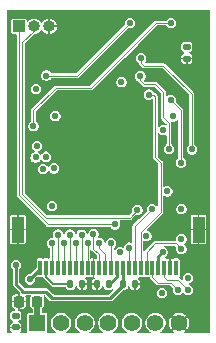
<source format=gbr>
%TF.GenerationSoftware,KiCad,Pcbnew,9.0.0*%
%TF.CreationDate,2025-04-16T21:25:52-04:00*%
%TF.ProjectId,ESP32_S3_CAM,45535033-325f-4533-935f-43414d2e6b69,rev?*%
%TF.SameCoordinates,Original*%
%TF.FileFunction,Copper,L4,Bot*%
%TF.FilePolarity,Positive*%
%FSLAX46Y46*%
G04 Gerber Fmt 4.6, Leading zero omitted, Abs format (unit mm)*
G04 Created by KiCad (PCBNEW 9.0.0) date 2025-04-16 21:25:52*
%MOMM*%
%LPD*%
G01*
G04 APERTURE LIST*
G04 Aperture macros list*
%AMRoundRect*
0 Rectangle with rounded corners*
0 $1 Rounding radius*
0 $2 $3 $4 $5 $6 $7 $8 $9 X,Y pos of 4 corners*
0 Add a 4 corners polygon primitive as box body*
4,1,4,$2,$3,$4,$5,$6,$7,$8,$9,$2,$3,0*
0 Add four circle primitives for the rounded corners*
1,1,$1+$1,$2,$3*
1,1,$1+$1,$4,$5*
1,1,$1+$1,$6,$7*
1,1,$1+$1,$8,$9*
0 Add four rect primitives between the rounded corners*
20,1,$1+$1,$2,$3,$4,$5,0*
20,1,$1+$1,$4,$5,$6,$7,0*
20,1,$1+$1,$6,$7,$8,$9,0*
20,1,$1+$1,$8,$9,$2,$3,0*%
G04 Aperture macros list end*
%TA.AperFunction,ComponentPad*%
%ADD10C,0.500000*%
%TD*%
%TA.AperFunction,HeatsinkPad*%
%ADD11RoundRect,0.250000X-2.000000X-2.000000X2.000000X-2.000000X2.000000X2.000000X-2.000000X2.000000X0*%
%TD*%
%TA.AperFunction,ComponentPad*%
%ADD12R,1.000000X1.000000*%
%TD*%
%TA.AperFunction,ComponentPad*%
%ADD13O,1.000000X1.000000*%
%TD*%
%TA.AperFunction,ComponentPad*%
%ADD14R,1.400000X1.400000*%
%TD*%
%TA.AperFunction,ComponentPad*%
%ADD15C,1.400000*%
%TD*%
%TA.AperFunction,SMDPad,CuDef*%
%ADD16RoundRect,0.225000X0.225000X0.250000X-0.225000X0.250000X-0.225000X-0.250000X0.225000X-0.250000X0*%
%TD*%
%TA.AperFunction,SMDPad,CuDef*%
%ADD17RoundRect,0.140000X0.170000X-0.140000X0.170000X0.140000X-0.170000X0.140000X-0.170000X-0.140000X0*%
%TD*%
%TA.AperFunction,SMDPad,CuDef*%
%ADD18RoundRect,0.140000X0.140000X0.170000X-0.140000X0.170000X-0.140000X-0.170000X0.140000X-0.170000X0*%
%TD*%
%TA.AperFunction,SMDPad,CuDef*%
%ADD19RoundRect,0.140000X-0.140000X-0.170000X0.140000X-0.170000X0.140000X0.170000X-0.140000X0.170000X0*%
%TD*%
%TA.AperFunction,SMDPad,CuDef*%
%ADD20R,0.300000X1.300000*%
%TD*%
%TA.AperFunction,SMDPad,CuDef*%
%ADD21R,1.000000X2.200000*%
%TD*%
%TA.AperFunction,SMDPad,CuDef*%
%ADD22RoundRect,0.140000X-0.170000X0.140000X-0.170000X-0.140000X0.170000X-0.140000X0.170000X0.140000X0*%
%TD*%
%TA.AperFunction,ViaPad*%
%ADD23C,0.584200*%
%TD*%
%TA.AperFunction,ViaPad*%
%ADD24C,0.762000*%
%TD*%
%TA.AperFunction,Conductor*%
%ADD25C,0.254000*%
%TD*%
%TA.AperFunction,Conductor*%
%ADD26C,0.101600*%
%TD*%
%TA.AperFunction,Conductor*%
%ADD27C,0.508000*%
%TD*%
%TA.AperFunction,Conductor*%
%ADD28C,0.152400*%
%TD*%
G04 APERTURE END LIST*
D10*
%TO.P,U1,57,GND*%
%TO.N,GND*%
X159800000Y-81620000D03*
X159800000Y-82620000D03*
X159800000Y-83620000D03*
X160800000Y-81620000D03*
X160800000Y-82620000D03*
D11*
X160800000Y-82620000D03*
D10*
X160800000Y-83620000D03*
X161800000Y-81620000D03*
X161800000Y-82620000D03*
X161800000Y-83620000D03*
%TD*%
D12*
%TO.P,J3,1,Pin_1*%
%TO.N,USB-*%
X152960000Y-72360000D03*
D13*
%TO.P,J3,2,Pin_2*%
%TO.N,USB+*%
X154230000Y-72360000D03*
%TO.P,J3,3,Pin_3*%
%TO.N,GND*%
X155500000Y-72360000D03*
%TD*%
D14*
%TO.P,J2,1,Pin_1*%
%TO.N,+BATT*%
X154500000Y-97470000D03*
D15*
%TO.P,J2,2,Pin_2*%
%TO.N,GPIO_1*%
X156500000Y-97470000D03*
%TO.P,J2,3,Pin_3*%
%TO.N,GPIO_2*%
X158500000Y-97470000D03*
%TO.P,J2,4,Pin_4*%
%TO.N,GPIO_3*%
X160500000Y-97470000D03*
%TO.P,J2,5,Pin_5*%
%TO.N,GPIO_4*%
X162500000Y-97470000D03*
%TO.P,J2,6,Pin_6*%
%TO.N,GPIO_5*%
X164500000Y-97470000D03*
%TO.P,J2,7,Pin_7*%
%TO.N,GND*%
X166500000Y-97470000D03*
%TD*%
D16*
%TO.P,C18,1*%
%TO.N,+BATT*%
X154490000Y-95660000D03*
%TO.P,C18,2*%
%TO.N,GND*%
X152930000Y-95660000D03*
%TD*%
D17*
%TO.P,R8,1*%
%TO.N,GND*%
X152660000Y-97850000D03*
%TO.P,R8,2*%
%TO.N,Net-(D2-K)*%
X152660000Y-96850000D03*
%TD*%
D18*
%TO.P,C20,1*%
%TO.N,+3.3V*%
X160540000Y-94180000D03*
%TO.P,C20,2*%
%TO.N,GND*%
X159540000Y-94180000D03*
%TD*%
D19*
%TO.P,C21,1*%
%TO.N,VCC_1V3*%
X161750000Y-94180000D03*
%TO.P,C21,2*%
%TO.N,GND*%
X162750000Y-94180000D03*
%TD*%
D20*
%TO.P,J1,1,1*%
%TO.N,Net-(D1-K)*%
X154750000Y-92810000D03*
%TO.P,J1,2,2*%
%TO.N,Net-(J1-Pad2)*%
X155250000Y-92810000D03*
%TO.P,J1,3,3*%
%TO.N,GPIO_10*%
X155750000Y-92810000D03*
%TO.P,J1,4,4*%
%TO.N,GPIO_11*%
X156250000Y-92810000D03*
%TO.P,J1,5,5*%
%TO.N,GPIO_12*%
X156750000Y-92810000D03*
%TO.P,J1,6,6*%
%TO.N,GPIO_13*%
X157250000Y-92810000D03*
%TO.P,J1,7,7*%
%TO.N,GPIO_14*%
X157750000Y-92810000D03*
%TO.P,J1,8,8*%
%TO.N,GPIO_15*%
X158250000Y-92810000D03*
%TO.P,J1,9,9*%
%TO.N,GPIO_16*%
X158750000Y-92810000D03*
%TO.P,J1,10,10*%
%TO.N,GND*%
X159250000Y-92810000D03*
%TO.P,J1,11,11*%
%TO.N,GPIO_17*%
X159750000Y-92810000D03*
%TO.P,J1,12,12*%
%TO.N,GPIO_18*%
X160250000Y-92810000D03*
%TO.P,J1,13,13*%
%TO.N,GPIO_48*%
X160750000Y-92810000D03*
%TO.P,J1,14,14*%
%TO.N,+3.3V*%
X161250000Y-92810000D03*
%TO.P,J1,15,15*%
%TO.N,VCC_1V3*%
X161750000Y-92810000D03*
%TO.P,J1,16,16*%
%TO.N,GPIO_47*%
X162250000Y-92810000D03*
%TO.P,J1,17,17*%
%TO.N,Net-(J1-Pad17)*%
X162750000Y-92810000D03*
%TO.P,J1,18,18*%
%TO.N,GPIO_38*%
X163250000Y-92810000D03*
%TO.P,J1,19,19*%
%TO.N,Net-(C10-Pad1)*%
X163750000Y-92810000D03*
%TO.P,J1,20,20*%
%TO.N,GPIO_39*%
X164250000Y-92810000D03*
%TO.P,J1,21,21*%
%TO.N,AVCC_2V8*%
X164750000Y-92810000D03*
%TO.P,J1,22,22*%
%TO.N,GPIO_40*%
X165250000Y-92810000D03*
%TO.P,J1,23,23*%
%TO.N,GND*%
X165750000Y-92810000D03*
%TO.P,J1,24,24*%
%TO.N,unconnected-(J1-Pad24)*%
X166250000Y-92810000D03*
D21*
%TO.P,J1,P1,SHIELD*%
%TO.N,GND*%
X168150000Y-89560000D03*
%TO.P,J1,P2,SHIELD*%
X152850000Y-89560000D03*
%TD*%
D18*
%TO.P,R6,1*%
%TO.N,GND*%
X158300000Y-94180000D03*
%TO.P,R6,2*%
%TO.N,Net-(J1-Pad2)*%
X157300000Y-94180000D03*
%TD*%
D22*
%TO.P,C15,1*%
%TO.N,+3.3V*%
X167150000Y-74080000D03*
%TO.P,C15,2*%
%TO.N,GND*%
X167150000Y-75080000D03*
%TD*%
D23*
%TO.N,+3.3V*%
X163740000Y-90100000D03*
X167140000Y-74080000D03*
X160540000Y-94180000D03*
X154400000Y-77680000D03*
X167270000Y-93660000D03*
X165500000Y-86325000D03*
X156020000Y-79950000D03*
X166700000Y-90360000D03*
X161625000Y-77075000D03*
%TO.N,GPIO_1*%
X154460000Y-82510000D03*
%TO.N,GPIO_14*%
X157750000Y-90730000D03*
%TO.N,GPIO_11*%
X156250000Y-89990000D03*
%TO.N,SPICS0*%
X163280000Y-75060000D03*
X167580000Y-82780000D03*
%TO.N,GPIO_12*%
X156750000Y-90730000D03*
%TO.N,GND*%
X157140000Y-79000000D03*
X163425000Y-96025000D03*
X161410000Y-96040000D03*
%TO.N,GPIO_2*%
X154360000Y-83460000D03*
%TO.N,GPIO_38*%
X163940000Y-78140000D03*
%TO.N,GPIO_17*%
X159250000Y-89970000D03*
%TO.N,GPIO_3*%
X155245000Y-83395000D03*
%TO.N,GPIO_10*%
X155750000Y-90730000D03*
%TO.N,SPIWP*%
X165790000Y-78590000D03*
X166650000Y-83890000D03*
%TO.N,GPIO_13*%
X157250000Y-89990000D03*
%TO.N,CHIP_PU*%
X165823333Y-72080000D03*
X154170000Y-80800000D03*
%TO.N,GPIO_0*%
X162330000Y-72080000D03*
X155270000Y-76520000D03*
%TO.N,SPIQ*%
X165650000Y-82730000D03*
X163220000Y-76590000D03*
%TO.N,Net-(C10-Pad1)*%
X166700000Y-91210000D03*
%TO.N,GPIO_48*%
X166000000Y-79975000D03*
X160750000Y-90730000D03*
%TO.N,GPIO_47*%
X162250000Y-91100000D03*
X165175000Y-81150000D03*
%TO.N,GPIO_16*%
X158750000Y-90730000D03*
%TO.N,AVCC_2V8*%
X161480000Y-91490000D03*
X165100000Y-91480000D03*
%TO.N,GPIO_40*%
X167270000Y-94660000D03*
%TO.N,GPIO_15*%
X158250000Y-89990000D03*
%TO.N,GPIO_18*%
X159750000Y-90730000D03*
%TO.N,GPIO_39*%
X166423333Y-94660000D03*
%TO.N,GPIO_4*%
X155000000Y-84450000D03*
%TO.N,USB-*%
X161090000Y-89130000D03*
%TO.N,USB+*%
X162970000Y-87910000D03*
%TO.N,GPIO_5*%
X155925000Y-84375000D03*
%TO.N,+BATT*%
X155750000Y-87560000D03*
D24*
X154490000Y-95660000D03*
D23*
X165075000Y-94925000D03*
%TO.N,VCC_1V3*%
X152710000Y-92540000D03*
%TO.N,Net-(J1-Pad17)*%
X166700000Y-87810000D03*
X164220000Y-87810000D03*
%TO.N,Net-(D1-K)*%
X153870000Y-93770000D03*
%TO.N,Net-(D2-K)*%
X152660000Y-96850000D03*
%TD*%
D25*
%TO.N,+3.3V*%
X160610000Y-94180000D02*
X161250000Y-93540000D01*
X161250000Y-93540000D02*
X161250000Y-92810000D01*
X160540000Y-94180000D02*
X160610000Y-94180000D01*
D26*
%TO.N,GPIO_14*%
X157750000Y-90730000D02*
X157750000Y-92810000D01*
%TO.N,GPIO_11*%
X156250000Y-92810000D02*
X156250000Y-89990000D01*
%TO.N,SPICS0*%
X163280000Y-75440000D02*
X163280000Y-75060000D01*
X165180000Y-75690000D02*
X163530000Y-75690000D01*
X167580000Y-78090000D02*
X165180000Y-75690000D01*
X163530000Y-75690000D02*
X163280000Y-75440000D01*
X167580000Y-82780000D02*
X167580000Y-78090000D01*
%TO.N,GPIO_12*%
X156750000Y-90730000D02*
X156750000Y-92810000D01*
%TO.N,GPIO_38*%
X164480000Y-78290000D02*
X164480000Y-83440000D01*
X164940000Y-83900000D02*
X164940000Y-88070000D01*
X163940000Y-78140000D02*
X164330000Y-78140000D01*
X164330000Y-78140000D02*
X164480000Y-78290000D01*
X163250000Y-89760000D02*
X163250000Y-92810000D01*
X164480000Y-83440000D02*
X164940000Y-83900000D01*
X164940000Y-88070000D02*
X163250000Y-89760000D01*
%TO.N,GPIO_17*%
X159250000Y-91170000D02*
X159750000Y-91670000D01*
X159750000Y-91670000D02*
X159750000Y-92810000D01*
X159250000Y-89970000D02*
X159250000Y-91170000D01*
%TO.N,GPIO_10*%
X155750000Y-92810000D02*
X155750000Y-90730000D01*
%TO.N,SPIWP*%
X165790000Y-78590000D02*
X166650000Y-79450000D01*
X166650000Y-79450000D02*
X166650000Y-83890000D01*
%TO.N,GPIO_13*%
X157250000Y-89990000D02*
X157250000Y-92810000D01*
%TO.N,CHIP_PU*%
X154170000Y-79460000D02*
X154170000Y-80800000D01*
X165823333Y-72080000D02*
X164520000Y-72080000D01*
X164520000Y-72080000D02*
X159020000Y-77580000D01*
X156050000Y-77580000D02*
X154170000Y-79460000D01*
X159020000Y-77580000D02*
X156050000Y-77580000D01*
%TO.N,GPIO_0*%
X157890000Y-76520000D02*
X162330000Y-72080000D01*
X155270000Y-76520000D02*
X157890000Y-76520000D01*
%TO.N,SPIQ*%
X165170000Y-80070000D02*
X165170000Y-77930000D01*
X165650000Y-82730000D02*
X165650000Y-80550000D01*
X163220000Y-76930000D02*
X163220000Y-76590000D01*
X163550000Y-77260000D02*
X163220000Y-76930000D01*
X165170000Y-77930000D02*
X164500000Y-77260000D01*
X164500000Y-77260000D02*
X163550000Y-77260000D01*
X165650000Y-80550000D02*
X165170000Y-80070000D01*
%TO.N,Net-(C10-Pad1)*%
X166700000Y-91210000D02*
X166220000Y-90730000D01*
X163750000Y-91470000D02*
X163750000Y-92810000D01*
X164490000Y-90730000D02*
X163750000Y-91470000D01*
X166220000Y-90730000D02*
X164490000Y-90730000D01*
%TO.N,GPIO_48*%
X160750000Y-90730000D02*
X160750000Y-92810000D01*
%TO.N,GPIO_47*%
X162250000Y-91100000D02*
X162250000Y-92810000D01*
%TO.N,GPIO_16*%
X158750000Y-90710000D02*
X158750000Y-92810000D01*
D25*
%TO.N,AVCC_2V8*%
X164750000Y-92810000D02*
X164750000Y-91830000D01*
X164750000Y-91830000D02*
X165100000Y-91480000D01*
D26*
%TO.N,GPIO_40*%
X166415800Y-93805800D02*
X167270000Y-94660000D01*
X165465800Y-93805800D02*
X166415800Y-93805800D01*
X165250000Y-93590000D02*
X165465800Y-93805800D01*
X165250000Y-92810000D02*
X165250000Y-93590000D01*
%TO.N,GPIO_15*%
X158250000Y-89990000D02*
X158250000Y-92810000D01*
%TO.N,GPIO_18*%
X159750000Y-90730000D02*
X159750000Y-91130000D01*
X159750000Y-91130000D02*
X160250000Y-91630000D01*
X160250000Y-91630000D02*
X160250000Y-92810000D01*
%TO.N,GPIO_39*%
X164250000Y-92810000D02*
X164250000Y-93590000D01*
X165853333Y-94090000D02*
X166423333Y-94660000D01*
X164250000Y-93590000D02*
X164750000Y-94090000D01*
X164750000Y-94090000D02*
X165853333Y-94090000D01*
%TO.N,USB-*%
X152960000Y-86650000D02*
X152960000Y-72360000D01*
X161090000Y-89130000D02*
X155440000Y-89130000D01*
X155440000Y-89130000D02*
X152960000Y-86650000D01*
%TO.N,USB+*%
X162320000Y-88560000D02*
X155270000Y-88560000D01*
X153240000Y-73720000D02*
X154230000Y-72730000D01*
X154230000Y-72730000D02*
X154230000Y-72360000D01*
X162970000Y-87910000D02*
X162320000Y-88560000D01*
X153240000Y-86530000D02*
X153240000Y-73720000D01*
X155270000Y-88560000D02*
X153240000Y-86530000D01*
D27*
%TO.N,+BATT*%
X154500000Y-97400000D02*
X154500000Y-95670000D01*
X154500000Y-95670000D02*
X154490000Y-95660000D01*
D25*
%TO.N,VCC_1V3*%
X153320000Y-94820000D02*
X155240000Y-94820000D01*
X152710000Y-92540000D02*
X152710000Y-94210000D01*
X155240000Y-94820000D02*
X155770000Y-95350000D01*
X160690000Y-95350000D02*
X161750000Y-94290000D01*
X161750000Y-94290000D02*
X161750000Y-92810000D01*
X155770000Y-95350000D02*
X160690000Y-95350000D01*
X152710000Y-94210000D02*
X153320000Y-94820000D01*
D26*
%TO.N,Net-(J1-Pad17)*%
X164220000Y-87820000D02*
X162750000Y-89290000D01*
X162750000Y-89290000D02*
X162750000Y-92810000D01*
D28*
%TO.N,Net-(J1-Pad2)*%
X155250000Y-93570000D02*
X155860000Y-94180000D01*
X155860000Y-94180000D02*
X157300000Y-94180000D01*
X155250000Y-92810000D02*
X155250000Y-93570000D01*
D25*
%TO.N,Net-(D1-K)*%
X154750000Y-92890000D02*
X153870000Y-93770000D01*
X154750000Y-92810000D02*
X154750000Y-92890000D01*
%TD*%
%TA.AperFunction,Conductor*%
%TO.N,GND*%
G36*
X169070238Y-70967593D02*
G01*
X169095958Y-71012142D01*
X169097100Y-71025200D01*
X169097100Y-98271900D01*
X169079507Y-98320238D01*
X169034958Y-98345958D01*
X169021900Y-98347100D01*
X166969508Y-98347100D01*
X166921170Y-98329507D01*
X166895450Y-98284958D01*
X166904383Y-98234300D01*
X166927729Y-98209374D01*
X167043370Y-98132104D01*
X167048855Y-98126618D01*
X167048855Y-98126617D01*
X166724502Y-97802264D01*
X166745606Y-97790080D01*
X166820080Y-97715606D01*
X166832264Y-97694501D01*
X167156618Y-98018855D01*
X167162104Y-98013370D01*
X167255385Y-97873765D01*
X167319640Y-97718639D01*
X167319641Y-97718637D01*
X167352400Y-97553955D01*
X167352400Y-97386044D01*
X167319641Y-97221362D01*
X167319640Y-97221360D01*
X167255385Y-97066234D01*
X167162105Y-96926630D01*
X167162097Y-96926621D01*
X167156620Y-96921144D01*
X167156618Y-96921144D01*
X166832264Y-97245497D01*
X166820080Y-97224394D01*
X166745606Y-97149920D01*
X166724501Y-97137735D01*
X167048855Y-96813381D01*
X167048855Y-96813379D01*
X167043378Y-96807902D01*
X167043369Y-96807894D01*
X166903765Y-96714614D01*
X166748639Y-96650359D01*
X166748637Y-96650358D01*
X166583956Y-96617600D01*
X166416044Y-96617600D01*
X166251362Y-96650358D01*
X166251360Y-96650359D01*
X166096234Y-96714614D01*
X165956633Y-96807893D01*
X165956625Y-96807899D01*
X165951143Y-96813380D01*
X166275498Y-97137735D01*
X166254394Y-97149920D01*
X166179920Y-97224394D01*
X166167735Y-97245498D01*
X165843380Y-96921144D01*
X165837899Y-96926625D01*
X165837893Y-96926633D01*
X165744614Y-97066234D01*
X165680359Y-97221360D01*
X165680358Y-97221362D01*
X165647600Y-97386044D01*
X165647600Y-97553955D01*
X165680358Y-97718637D01*
X165680359Y-97718639D01*
X165744614Y-97873765D01*
X165837894Y-98013369D01*
X165837902Y-98013378D01*
X165843379Y-98018855D01*
X165843381Y-98018855D01*
X166167735Y-97694500D01*
X166179920Y-97715606D01*
X166254394Y-97790080D01*
X166275497Y-97802264D01*
X165951144Y-98126618D01*
X165951144Y-98126620D01*
X165956621Y-98132097D01*
X165956630Y-98132105D01*
X166072271Y-98209374D01*
X166102688Y-98250857D01*
X166099323Y-98302187D01*
X166063752Y-98339345D01*
X166030492Y-98347100D01*
X164970408Y-98347100D01*
X164922070Y-98329507D01*
X164896350Y-98284958D01*
X164905283Y-98234300D01*
X164928627Y-98209374D01*
X165043692Y-98132491D01*
X165162491Y-98013692D01*
X165255830Y-97874000D01*
X165320124Y-97718782D01*
X165352900Y-97554003D01*
X165352900Y-97385997D01*
X165352392Y-97383445D01*
X165323029Y-97235824D01*
X165320124Y-97221218D01*
X165255830Y-97066000D01*
X165162491Y-96926308D01*
X165162488Y-96926305D01*
X165162486Y-96926302D01*
X165043697Y-96807513D01*
X165043694Y-96807511D01*
X165043692Y-96807509D01*
X164904000Y-96714170D01*
X164894758Y-96710342D01*
X164788355Y-96666268D01*
X164748782Y-96649876D01*
X164748780Y-96649875D01*
X164748779Y-96649875D01*
X164584004Y-96617100D01*
X164584003Y-96617100D01*
X164415997Y-96617100D01*
X164415996Y-96617100D01*
X164251220Y-96649875D01*
X164251218Y-96649876D01*
X164096001Y-96714169D01*
X163956305Y-96807511D01*
X163956302Y-96807513D01*
X163837513Y-96926302D01*
X163837511Y-96926305D01*
X163744169Y-97066001D01*
X163679876Y-97221218D01*
X163679875Y-97221220D01*
X163647100Y-97385996D01*
X163647100Y-97554003D01*
X163679847Y-97718639D01*
X163679876Y-97718782D01*
X163709409Y-97790080D01*
X163744072Y-97873765D01*
X163744170Y-97874000D01*
X163837509Y-98013692D01*
X163837511Y-98013694D01*
X163837513Y-98013697D01*
X163956302Y-98132486D01*
X163956305Y-98132488D01*
X163956308Y-98132491D01*
X164071371Y-98209373D01*
X164101788Y-98250857D01*
X164098423Y-98302186D01*
X164062852Y-98339345D01*
X164029592Y-98347100D01*
X162970408Y-98347100D01*
X162922070Y-98329507D01*
X162896350Y-98284958D01*
X162905283Y-98234300D01*
X162928627Y-98209374D01*
X163043692Y-98132491D01*
X163162491Y-98013692D01*
X163255830Y-97874000D01*
X163320124Y-97718782D01*
X163352900Y-97554003D01*
X163352900Y-97385997D01*
X163352392Y-97383445D01*
X163323029Y-97235824D01*
X163320124Y-97221218D01*
X163255830Y-97066000D01*
X163162491Y-96926308D01*
X163162488Y-96926305D01*
X163162486Y-96926302D01*
X163043697Y-96807513D01*
X163043694Y-96807511D01*
X163043692Y-96807509D01*
X162904000Y-96714170D01*
X162894758Y-96710342D01*
X162788355Y-96666268D01*
X162748782Y-96649876D01*
X162748780Y-96649875D01*
X162748779Y-96649875D01*
X162584004Y-96617100D01*
X162584003Y-96617100D01*
X162415997Y-96617100D01*
X162415996Y-96617100D01*
X162251220Y-96649875D01*
X162251218Y-96649876D01*
X162096001Y-96714169D01*
X161956305Y-96807511D01*
X161956302Y-96807513D01*
X161837513Y-96926302D01*
X161837511Y-96926305D01*
X161744169Y-97066001D01*
X161679876Y-97221218D01*
X161679875Y-97221220D01*
X161647100Y-97385996D01*
X161647100Y-97554003D01*
X161679847Y-97718639D01*
X161679876Y-97718782D01*
X161709409Y-97790080D01*
X161744072Y-97873765D01*
X161744170Y-97874000D01*
X161837509Y-98013692D01*
X161837511Y-98013694D01*
X161837513Y-98013697D01*
X161956302Y-98132486D01*
X161956305Y-98132488D01*
X161956308Y-98132491D01*
X162071371Y-98209373D01*
X162101788Y-98250857D01*
X162098423Y-98302186D01*
X162062852Y-98339345D01*
X162029592Y-98347100D01*
X160970408Y-98347100D01*
X160922070Y-98329507D01*
X160896350Y-98284958D01*
X160905283Y-98234300D01*
X160928627Y-98209374D01*
X161043692Y-98132491D01*
X161162491Y-98013692D01*
X161255830Y-97874000D01*
X161320124Y-97718782D01*
X161352900Y-97554003D01*
X161352900Y-97385997D01*
X161352392Y-97383445D01*
X161323029Y-97235824D01*
X161320124Y-97221218D01*
X161255830Y-97066000D01*
X161162491Y-96926308D01*
X161162488Y-96926305D01*
X161162486Y-96926302D01*
X161043697Y-96807513D01*
X161043694Y-96807511D01*
X161043692Y-96807509D01*
X160904000Y-96714170D01*
X160894758Y-96710342D01*
X160788355Y-96666268D01*
X160748782Y-96649876D01*
X160748780Y-96649875D01*
X160748779Y-96649875D01*
X160584004Y-96617100D01*
X160584003Y-96617100D01*
X160415997Y-96617100D01*
X160415996Y-96617100D01*
X160251220Y-96649875D01*
X160251218Y-96649876D01*
X160096001Y-96714169D01*
X159956305Y-96807511D01*
X159956302Y-96807513D01*
X159837513Y-96926302D01*
X159837511Y-96926305D01*
X159744169Y-97066001D01*
X159679876Y-97221218D01*
X159679875Y-97221220D01*
X159647100Y-97385996D01*
X159647100Y-97554003D01*
X159679847Y-97718639D01*
X159679876Y-97718782D01*
X159709409Y-97790080D01*
X159744072Y-97873765D01*
X159744170Y-97874000D01*
X159837509Y-98013692D01*
X159837511Y-98013694D01*
X159837513Y-98013697D01*
X159956302Y-98132486D01*
X159956305Y-98132488D01*
X159956308Y-98132491D01*
X160071371Y-98209373D01*
X160101788Y-98250857D01*
X160098423Y-98302186D01*
X160062852Y-98339345D01*
X160029592Y-98347100D01*
X158970408Y-98347100D01*
X158922070Y-98329507D01*
X158896350Y-98284958D01*
X158905283Y-98234300D01*
X158928627Y-98209374D01*
X159043692Y-98132491D01*
X159162491Y-98013692D01*
X159255830Y-97874000D01*
X159320124Y-97718782D01*
X159352900Y-97554003D01*
X159352900Y-97385997D01*
X159352392Y-97383445D01*
X159323029Y-97235824D01*
X159320124Y-97221218D01*
X159255830Y-97066000D01*
X159162491Y-96926308D01*
X159162488Y-96926305D01*
X159162486Y-96926302D01*
X159043697Y-96807513D01*
X159043694Y-96807511D01*
X159043692Y-96807509D01*
X158904000Y-96714170D01*
X158894758Y-96710342D01*
X158788355Y-96666268D01*
X158748782Y-96649876D01*
X158748780Y-96649875D01*
X158748779Y-96649875D01*
X158584004Y-96617100D01*
X158584003Y-96617100D01*
X158415997Y-96617100D01*
X158415996Y-96617100D01*
X158251220Y-96649875D01*
X158251218Y-96649876D01*
X158096001Y-96714169D01*
X157956305Y-96807511D01*
X157956302Y-96807513D01*
X157837513Y-96926302D01*
X157837511Y-96926305D01*
X157744169Y-97066001D01*
X157679876Y-97221218D01*
X157679875Y-97221220D01*
X157647100Y-97385996D01*
X157647100Y-97554003D01*
X157679847Y-97718639D01*
X157679876Y-97718782D01*
X157709409Y-97790080D01*
X157744072Y-97873765D01*
X157744170Y-97874000D01*
X157837509Y-98013692D01*
X157837511Y-98013694D01*
X157837513Y-98013697D01*
X157956302Y-98132486D01*
X157956305Y-98132488D01*
X157956308Y-98132491D01*
X158071371Y-98209373D01*
X158101788Y-98250857D01*
X158098423Y-98302186D01*
X158062852Y-98339345D01*
X158029592Y-98347100D01*
X156970408Y-98347100D01*
X156922070Y-98329507D01*
X156896350Y-98284958D01*
X156905283Y-98234300D01*
X156928627Y-98209374D01*
X157043692Y-98132491D01*
X157162491Y-98013692D01*
X157255830Y-97874000D01*
X157320124Y-97718782D01*
X157352900Y-97554003D01*
X157352900Y-97385997D01*
X157352392Y-97383445D01*
X157323029Y-97235824D01*
X157320124Y-97221218D01*
X157255830Y-97066000D01*
X157162491Y-96926308D01*
X157162488Y-96926305D01*
X157162486Y-96926302D01*
X157043697Y-96807513D01*
X157043694Y-96807511D01*
X157043692Y-96807509D01*
X156904000Y-96714170D01*
X156894758Y-96710342D01*
X156788355Y-96666268D01*
X156748782Y-96649876D01*
X156748780Y-96649875D01*
X156748779Y-96649875D01*
X156584004Y-96617100D01*
X156584003Y-96617100D01*
X156415997Y-96617100D01*
X156415996Y-96617100D01*
X156251220Y-96649875D01*
X156251218Y-96649876D01*
X156096001Y-96714169D01*
X155956305Y-96807511D01*
X155956302Y-96807513D01*
X155837513Y-96926302D01*
X155837511Y-96926305D01*
X155744169Y-97066001D01*
X155679876Y-97221218D01*
X155679875Y-97221220D01*
X155647100Y-97385996D01*
X155647100Y-97554003D01*
X155679847Y-97718639D01*
X155679876Y-97718782D01*
X155709409Y-97790080D01*
X155744072Y-97873765D01*
X155744170Y-97874000D01*
X155837509Y-98013692D01*
X155837511Y-98013694D01*
X155837513Y-98013697D01*
X155956302Y-98132486D01*
X155956305Y-98132488D01*
X155956308Y-98132491D01*
X156071371Y-98209373D01*
X156101788Y-98250857D01*
X156098423Y-98302186D01*
X156062852Y-98339345D01*
X156029592Y-98347100D01*
X155406245Y-98347100D01*
X155357907Y-98329507D01*
X155332187Y-98284958D01*
X155341120Y-98234300D01*
X155343709Y-98230134D01*
X155344028Y-98229658D01*
X155352900Y-98185057D01*
X155352899Y-96754944D01*
X155344028Y-96710342D01*
X155314577Y-96666266D01*
X155310235Y-96659767D01*
X155310231Y-96659764D01*
X155259658Y-96625972D01*
X155259656Y-96625971D01*
X155215057Y-96617100D01*
X154982100Y-96617100D01*
X154933762Y-96599507D01*
X154908042Y-96554958D01*
X154906900Y-96541900D01*
X154906900Y-96282452D01*
X154924493Y-96234114D01*
X154935454Y-96223977D01*
X155026804Y-96132627D01*
X155026806Y-96132625D01*
X155082198Y-96019319D01*
X155092900Y-95945863D01*
X155092899Y-95374138D01*
X155082198Y-95300681D01*
X155048041Y-95230813D01*
X155042618Y-95179662D01*
X155071343Y-95136990D01*
X155120777Y-95122765D01*
X155167789Y-95143644D01*
X155168775Y-95144613D01*
X155598137Y-95573976D01*
X155634986Y-95595250D01*
X155661962Y-95610825D01*
X155733150Y-95629900D01*
X155733153Y-95629900D01*
X160726848Y-95629900D01*
X160726850Y-95629900D01*
X160798037Y-95610825D01*
X160861862Y-95573976D01*
X161237602Y-95198236D01*
X161569424Y-94866415D01*
X164630000Y-94866415D01*
X164630000Y-94983585D01*
X164643134Y-95032601D01*
X164660326Y-95096766D01*
X164718910Y-95198236D01*
X164801763Y-95281089D01*
X164903233Y-95339673D01*
X164903235Y-95339673D01*
X164903236Y-95339674D01*
X165016415Y-95370000D01*
X165016418Y-95370000D01*
X165133582Y-95370000D01*
X165133585Y-95370000D01*
X165246764Y-95339674D01*
X165314304Y-95300680D01*
X165348236Y-95281089D01*
X165431089Y-95198236D01*
X165489673Y-95096766D01*
X165489674Y-95096764D01*
X165520000Y-94983585D01*
X165520000Y-94866415D01*
X165489674Y-94753236D01*
X165489673Y-94753235D01*
X165489673Y-94753233D01*
X165431089Y-94651763D01*
X165348236Y-94568910D01*
X165246766Y-94510326D01*
X165182680Y-94493155D01*
X165133585Y-94480000D01*
X165016415Y-94480000D01*
X164967320Y-94493155D01*
X164903233Y-94510326D01*
X164801763Y-94568910D01*
X164718910Y-94651763D01*
X164660326Y-94753233D01*
X164642130Y-94821143D01*
X164630000Y-94866415D01*
X161569424Y-94866415D01*
X161627527Y-94808312D01*
X161770913Y-94664926D01*
X161817533Y-94643186D01*
X161824087Y-94642900D01*
X161933732Y-94642900D01*
X161933734Y-94642900D01*
X161958221Y-94640059D01*
X162058396Y-94595828D01*
X162135828Y-94518396D01*
X162180059Y-94418221D01*
X162180059Y-94418216D01*
X162181479Y-94415002D01*
X162217098Y-94377889D01*
X162268239Y-94372354D01*
X162310973Y-94400987D01*
X162319064Y-94415001D01*
X162364589Y-94518104D01*
X162364594Y-94518111D01*
X162441888Y-94595405D01*
X162441891Y-94595407D01*
X162541896Y-94639564D01*
X162566342Y-94642399D01*
X162673800Y-94642399D01*
X162826200Y-94642399D01*
X162933651Y-94642399D01*
X162958108Y-94639563D01*
X163058104Y-94595410D01*
X163058111Y-94595405D01*
X163135405Y-94518111D01*
X163135407Y-94518108D01*
X163179564Y-94418103D01*
X163182400Y-94393657D01*
X163182400Y-94256200D01*
X162826200Y-94256200D01*
X162826200Y-94642399D01*
X162673800Y-94642399D01*
X162673800Y-94255200D01*
X162680482Y-94236840D01*
X162683875Y-94217600D01*
X162689071Y-94213239D01*
X162691393Y-94206862D01*
X162708315Y-94197092D01*
X162723280Y-94184535D01*
X162733048Y-94182812D01*
X162735942Y-94181142D01*
X162749000Y-94180000D01*
X162750000Y-94180000D01*
X162750000Y-94179000D01*
X162767593Y-94130662D01*
X162812142Y-94104942D01*
X162825200Y-94103800D01*
X163182399Y-94103800D01*
X163182399Y-93966349D01*
X163179563Y-93941891D01*
X163135410Y-93841895D01*
X163135405Y-93841888D01*
X163058111Y-93764594D01*
X163058107Y-93764591D01*
X163035349Y-93754542D01*
X162998238Y-93718922D01*
X162992705Y-93667780D01*
X163021339Y-93625047D01*
X163070743Y-93610718D01*
X163080398Y-93611995D01*
X163084943Y-93612900D01*
X163415056Y-93612899D01*
X163459658Y-93604028D01*
X163459660Y-93604026D01*
X163466503Y-93601193D01*
X163467168Y-93602799D01*
X163508181Y-93592760D01*
X163533217Y-93601872D01*
X163533499Y-93601193D01*
X163540340Y-93604026D01*
X163540342Y-93604028D01*
X163584943Y-93612900D01*
X163915056Y-93612899D01*
X163959658Y-93604028D01*
X163959658Y-93604027D01*
X163966922Y-93602583D01*
X163967501Y-93605497D01*
X164006153Y-93603806D01*
X164046966Y-93635117D01*
X164053022Y-93646750D01*
X164077156Y-93705013D01*
X164077311Y-93705387D01*
X164134613Y-93762689D01*
X164134614Y-93762689D01*
X164577310Y-94205385D01*
X164577311Y-94205387D01*
X164634613Y-94262689D01*
X164665625Y-94275534D01*
X164674954Y-94279398D01*
X164674955Y-94279399D01*
X164685442Y-94283743D01*
X164709482Y-94293701D01*
X164799271Y-94293701D01*
X164799279Y-94293700D01*
X165737810Y-94293700D01*
X165786148Y-94311293D01*
X165790984Y-94315726D01*
X165968413Y-94493155D01*
X165990153Y-94539775D01*
X165987877Y-94565789D01*
X165978333Y-94601413D01*
X165978333Y-94601415D01*
X165978333Y-94718585D01*
X165979303Y-94722204D01*
X166008659Y-94831766D01*
X166067243Y-94933236D01*
X166150096Y-95016089D01*
X166251566Y-95074673D01*
X166251568Y-95074673D01*
X166251569Y-95074674D01*
X166364748Y-95105000D01*
X166364751Y-95105000D01*
X166481915Y-95105000D01*
X166481918Y-95105000D01*
X166595097Y-95074674D01*
X166603020Y-95070100D01*
X166696569Y-95016089D01*
X166779422Y-94933236D01*
X166781539Y-94929570D01*
X166820942Y-94896503D01*
X166872382Y-94896500D01*
X166911789Y-94929562D01*
X166911790Y-94929563D01*
X166913911Y-94933237D01*
X166996763Y-95016089D01*
X167098233Y-95074673D01*
X167098235Y-95074673D01*
X167098236Y-95074674D01*
X167211415Y-95105000D01*
X167211418Y-95105000D01*
X167328582Y-95105000D01*
X167328585Y-95105000D01*
X167441764Y-95074674D01*
X167449687Y-95070100D01*
X167543236Y-95016089D01*
X167626089Y-94933236D01*
X167684673Y-94831766D01*
X167684674Y-94831764D01*
X167715000Y-94718585D01*
X167715000Y-94601415D01*
X167684674Y-94488236D01*
X167684673Y-94488235D01*
X167684673Y-94488233D01*
X167626089Y-94386763D01*
X167543236Y-94303910D01*
X167441766Y-94245326D01*
X167416606Y-94238585D01*
X167394407Y-94232636D01*
X167352272Y-94203133D01*
X167338958Y-94153446D01*
X167360697Y-94106826D01*
X167394406Y-94087363D01*
X167441764Y-94074674D01*
X167543236Y-94016089D01*
X167626089Y-93933236D01*
X167678993Y-93841604D01*
X167684673Y-93831766D01*
X167684674Y-93831764D01*
X167715000Y-93718585D01*
X167715000Y-93601415D01*
X167684674Y-93488236D01*
X167684673Y-93488235D01*
X167684673Y-93488233D01*
X167626089Y-93386763D01*
X167543236Y-93303910D01*
X167441766Y-93245326D01*
X167396492Y-93233195D01*
X167328585Y-93215000D01*
X167211415Y-93215000D01*
X167154825Y-93230163D01*
X167098233Y-93245326D01*
X166996763Y-93303910D01*
X166913910Y-93386763D01*
X166855326Y-93488233D01*
X166840371Y-93544049D01*
X166825000Y-93601415D01*
X166825000Y-93718585D01*
X166828620Y-93732098D01*
X166828029Y-93738855D01*
X166830897Y-93745005D01*
X166825840Y-93763877D01*
X166824137Y-93783340D01*
X166819339Y-93788137D01*
X166817583Y-93794692D01*
X166801577Y-93805899D01*
X166787764Y-93819713D01*
X166781006Y-93820304D01*
X166775447Y-93824197D01*
X166755983Y-93822493D01*
X166736520Y-93824197D01*
X166729566Y-93820182D01*
X166724202Y-93819713D01*
X166702809Y-93804734D01*
X166652615Y-93754540D01*
X166599064Y-93700989D01*
X166599064Y-93700988D01*
X166537080Y-93639004D01*
X166515340Y-93592384D01*
X166527728Y-93544052D01*
X166544028Y-93519658D01*
X166552900Y-93475057D01*
X166552899Y-92144944D01*
X166544028Y-92100342D01*
X166510234Y-92049766D01*
X166459658Y-92015972D01*
X166459656Y-92015971D01*
X166415057Y-92007100D01*
X166084944Y-92007100D01*
X166084939Y-92007101D01*
X166040345Y-92015970D01*
X166033503Y-92018805D01*
X166032910Y-92017373D01*
X165991356Y-92027537D01*
X165966615Y-92018531D01*
X165966307Y-92019277D01*
X165959462Y-92016441D01*
X165915013Y-92007600D01*
X165826200Y-92007600D01*
X165826200Y-92734800D01*
X165819517Y-92753159D01*
X165816125Y-92772400D01*
X165810928Y-92776760D01*
X165808607Y-92783138D01*
X165791684Y-92792907D01*
X165776720Y-92805465D01*
X165766951Y-92807187D01*
X165764058Y-92808858D01*
X165751000Y-92810000D01*
X165749000Y-92810000D01*
X165700662Y-92792407D01*
X165674942Y-92747858D01*
X165673800Y-92734800D01*
X165673800Y-92007600D01*
X165584987Y-92007600D01*
X165540537Y-92016441D01*
X165533692Y-92019277D01*
X165532987Y-92017575D01*
X165492245Y-92027535D01*
X165489563Y-92027192D01*
X165472774Y-92024736D01*
X165459658Y-92015972D01*
X165415057Y-92007100D01*
X165352216Y-92007100D01*
X165346801Y-92006308D01*
X165328688Y-91996546D01*
X165309348Y-91989507D01*
X165306511Y-91984593D01*
X165301519Y-91981903D01*
X165293918Y-91962781D01*
X165283628Y-91944958D01*
X165284613Y-91939371D01*
X165282518Y-91934101D01*
X165288987Y-91914564D01*
X165292561Y-91894300D01*
X165297251Y-91889609D01*
X165298689Y-91885269D01*
X165306270Y-91880590D01*
X165320085Y-91866775D01*
X165373236Y-91836089D01*
X165456089Y-91753236D01*
X165474146Y-91721961D01*
X165514673Y-91651766D01*
X165514674Y-91651764D01*
X165545000Y-91538585D01*
X165545000Y-91421415D01*
X165514674Y-91308236D01*
X165514673Y-91308235D01*
X165514673Y-91308233D01*
X165456089Y-91206763D01*
X165373236Y-91123910D01*
X165286832Y-91074025D01*
X165253767Y-91034620D01*
X165253767Y-90983180D01*
X165286832Y-90943775D01*
X165324432Y-90933700D01*
X166104477Y-90933700D01*
X166119904Y-90939315D01*
X166136258Y-90940746D01*
X166149702Y-90950160D01*
X166152815Y-90951293D01*
X166157651Y-90955726D01*
X166245080Y-91043155D01*
X166266820Y-91089775D01*
X166264544Y-91115789D01*
X166255000Y-91151413D01*
X166255000Y-91151415D01*
X166255000Y-91268585D01*
X166267742Y-91316138D01*
X166285326Y-91381766D01*
X166343910Y-91483236D01*
X166426763Y-91566089D01*
X166528233Y-91624673D01*
X166528235Y-91624673D01*
X166528236Y-91624674D01*
X166641415Y-91655000D01*
X166641418Y-91655000D01*
X166758582Y-91655000D01*
X166758585Y-91655000D01*
X166871764Y-91624674D01*
X166973236Y-91566089D01*
X167056089Y-91483236D01*
X167091780Y-91421417D01*
X167114673Y-91381766D01*
X167117400Y-91371589D01*
X167145000Y-91268585D01*
X167145000Y-91151415D01*
X167114674Y-91038236D01*
X167114673Y-91038235D01*
X167114673Y-91038233D01*
X167056089Y-90936763D01*
X166973236Y-90853910D01*
X166966681Y-90850126D01*
X166933615Y-90810722D01*
X166933613Y-90759282D01*
X166966677Y-90719876D01*
X166966681Y-90719874D01*
X166973236Y-90716089D01*
X167014313Y-90675012D01*
X167497600Y-90675012D01*
X167506441Y-90719462D01*
X167506442Y-90719464D01*
X167540126Y-90769873D01*
X167590535Y-90803557D01*
X167590537Y-90803558D01*
X167634987Y-90812400D01*
X168073800Y-90812400D01*
X168226200Y-90812400D01*
X168665013Y-90812400D01*
X168709462Y-90803558D01*
X168709464Y-90803557D01*
X168759873Y-90769873D01*
X168793557Y-90719464D01*
X168793558Y-90719462D01*
X168802400Y-90675012D01*
X168802400Y-89636200D01*
X168226200Y-89636200D01*
X168226200Y-90812400D01*
X168073800Y-90812400D01*
X168073800Y-89636200D01*
X167497600Y-89636200D01*
X167497600Y-90675012D01*
X167014313Y-90675012D01*
X167056089Y-90633236D01*
X167114673Y-90531766D01*
X167114674Y-90531764D01*
X167145000Y-90418585D01*
X167145000Y-90301415D01*
X167114674Y-90188236D01*
X167114673Y-90188235D01*
X167114673Y-90188233D01*
X167056089Y-90086763D01*
X166973236Y-90003910D01*
X166871766Y-89945326D01*
X166826492Y-89933195D01*
X166758585Y-89915000D01*
X166641415Y-89915000D01*
X166584825Y-89930163D01*
X166528233Y-89945326D01*
X166426763Y-90003910D01*
X166343910Y-90086763D01*
X166285326Y-90188233D01*
X166276049Y-90222858D01*
X166255000Y-90301415D01*
X166255000Y-90418585D01*
X166258497Y-90431639D01*
X166254014Y-90482881D01*
X166217641Y-90519254D01*
X166185860Y-90526300D01*
X164449481Y-90526300D01*
X164374613Y-90557311D01*
X164374612Y-90557312D01*
X164374610Y-90557313D01*
X164353127Y-90578797D01*
X164317311Y-90614613D01*
X163634615Y-91297308D01*
X163634614Y-91297310D01*
X163634613Y-91297311D01*
X163589235Y-91342689D01*
X163582074Y-91349850D01*
X163535453Y-91371589D01*
X163485766Y-91358275D01*
X163456262Y-91316138D01*
X163453700Y-91296675D01*
X163453700Y-90578797D01*
X163471293Y-90530459D01*
X163515842Y-90504739D01*
X163563531Y-90513148D01*
X163563681Y-90512788D01*
X163565307Y-90513461D01*
X163566500Y-90513672D01*
X163568236Y-90514674D01*
X163681415Y-90545000D01*
X163681418Y-90545000D01*
X163798582Y-90545000D01*
X163798585Y-90545000D01*
X163911764Y-90514674D01*
X164013236Y-90456089D01*
X164096089Y-90373236D01*
X164123309Y-90326089D01*
X164154673Y-90271766D01*
X164155841Y-90267407D01*
X164185000Y-90158585D01*
X164185000Y-90041415D01*
X164154674Y-89928236D01*
X164154673Y-89928235D01*
X164154673Y-89928233D01*
X164096089Y-89826763D01*
X164013236Y-89743910D01*
X163911765Y-89685326D01*
X163898317Y-89681723D01*
X163801746Y-89655847D01*
X163759611Y-89626343D01*
X163746297Y-89576656D01*
X163768034Y-89530039D01*
X164853087Y-88444987D01*
X167497600Y-88444987D01*
X167497600Y-89483800D01*
X168073800Y-89483800D01*
X168226200Y-89483800D01*
X168802400Y-89483800D01*
X168802400Y-88444987D01*
X168793558Y-88400537D01*
X168793557Y-88400535D01*
X168759873Y-88350126D01*
X168709464Y-88316442D01*
X168709462Y-88316441D01*
X168665013Y-88307600D01*
X168226200Y-88307600D01*
X168226200Y-89483800D01*
X168073800Y-89483800D01*
X168073800Y-88307600D01*
X167634987Y-88307600D01*
X167590537Y-88316441D01*
X167590535Y-88316442D01*
X167540126Y-88350126D01*
X167506442Y-88400535D01*
X167506441Y-88400537D01*
X167497600Y-88444987D01*
X164853087Y-88444987D01*
X165055385Y-88242689D01*
X165055387Y-88242689D01*
X165112689Y-88185387D01*
X165121772Y-88163458D01*
X165143701Y-88110519D01*
X165143701Y-88029481D01*
X165143701Y-88023426D01*
X165143700Y-88023412D01*
X165143700Y-87751415D01*
X166255000Y-87751415D01*
X166255000Y-87868585D01*
X166267729Y-87916089D01*
X166285326Y-87981766D01*
X166343910Y-88083236D01*
X166426763Y-88166089D01*
X166528233Y-88224673D01*
X166528235Y-88224673D01*
X166528236Y-88224674D01*
X166641415Y-88255000D01*
X166641418Y-88255000D01*
X166758582Y-88255000D01*
X166758585Y-88255000D01*
X166871764Y-88224674D01*
X166973236Y-88166089D01*
X167056089Y-88083236D01*
X167090620Y-88023426D01*
X167114673Y-87981766D01*
X167114674Y-87981764D01*
X167145000Y-87868585D01*
X167145000Y-87751415D01*
X167114674Y-87638236D01*
X167114673Y-87638235D01*
X167114673Y-87638233D01*
X167056089Y-87536763D01*
X166973236Y-87453910D01*
X166871766Y-87395326D01*
X166826492Y-87383195D01*
X166758585Y-87365000D01*
X166641415Y-87365000D01*
X166584825Y-87380163D01*
X166528233Y-87395326D01*
X166426763Y-87453910D01*
X166343910Y-87536763D01*
X166285326Y-87638233D01*
X166267130Y-87706143D01*
X166255000Y-87751415D01*
X165143700Y-87751415D01*
X165143700Y-86763382D01*
X165161293Y-86715044D01*
X165205842Y-86689324D01*
X165256499Y-86698256D01*
X165328236Y-86739674D01*
X165441415Y-86770000D01*
X165441418Y-86770000D01*
X165558582Y-86770000D01*
X165558585Y-86770000D01*
X165671764Y-86739674D01*
X165773236Y-86681089D01*
X165856089Y-86598236D01*
X165914674Y-86496764D01*
X165945000Y-86383585D01*
X165945000Y-86266415D01*
X165914674Y-86153236D01*
X165914673Y-86153235D01*
X165914673Y-86153233D01*
X165856089Y-86051763D01*
X165773236Y-85968910D01*
X165671766Y-85910326D01*
X165626492Y-85898195D01*
X165558585Y-85880000D01*
X165441415Y-85880000D01*
X165384825Y-85895163D01*
X165328233Y-85910326D01*
X165256500Y-85951742D01*
X165205841Y-85960674D01*
X165161293Y-85934954D01*
X165143700Y-85886617D01*
X165143700Y-83859482D01*
X165143700Y-83859481D01*
X165112689Y-83784613D01*
X165055387Y-83727311D01*
X165055386Y-83727310D01*
X164705726Y-83377650D01*
X164683986Y-83331030D01*
X164683700Y-83324476D01*
X164683700Y-81468558D01*
X164701293Y-81420220D01*
X164745842Y-81394500D01*
X164796500Y-81403433D01*
X164815276Y-81419899D01*
X164815425Y-81419751D01*
X164817682Y-81422008D01*
X164818560Y-81422778D01*
X164818916Y-81423242D01*
X164901763Y-81506089D01*
X165003233Y-81564673D01*
X165003235Y-81564673D01*
X165003236Y-81564674D01*
X165116415Y-81595000D01*
X165116418Y-81595000D01*
X165233582Y-81595000D01*
X165233585Y-81595000D01*
X165346764Y-81564674D01*
X165346765Y-81564673D01*
X165351525Y-81563398D01*
X165352262Y-81566151D01*
X165393381Y-81564166D01*
X165434335Y-81595291D01*
X165446300Y-81635989D01*
X165446300Y-82290347D01*
X165428707Y-82338685D01*
X165408700Y-82355472D01*
X165376763Y-82373910D01*
X165293910Y-82456763D01*
X165235326Y-82558233D01*
X165217130Y-82626143D01*
X165205000Y-82671415D01*
X165205000Y-82788585D01*
X165223195Y-82856492D01*
X165235326Y-82901766D01*
X165293910Y-83003236D01*
X165376763Y-83086089D01*
X165478233Y-83144673D01*
X165478235Y-83144673D01*
X165478236Y-83144674D01*
X165591415Y-83175000D01*
X165591418Y-83175000D01*
X165708582Y-83175000D01*
X165708585Y-83175000D01*
X165821764Y-83144674D01*
X165892368Y-83103911D01*
X165923236Y-83086089D01*
X166006089Y-83003236D01*
X166064673Y-82901766D01*
X166074232Y-82866091D01*
X166095000Y-82788585D01*
X166095000Y-82671415D01*
X166064674Y-82558236D01*
X166064673Y-82558235D01*
X166064673Y-82558233D01*
X166006089Y-82456763D01*
X165923236Y-82373910D01*
X165891300Y-82355472D01*
X165858235Y-82316067D01*
X165853700Y-82290347D01*
X165853700Y-80599837D01*
X165853700Y-80590521D01*
X165853701Y-80590519D01*
X165853701Y-80509482D01*
X165852267Y-80506020D01*
X165852101Y-80495137D01*
X165858425Y-80476900D01*
X165861360Y-80457823D01*
X165866649Y-80453184D01*
X165868954Y-80446537D01*
X165885521Y-80436630D01*
X165900032Y-80423904D01*
X165908518Y-80422880D01*
X165913104Y-80420139D01*
X165920887Y-80421389D01*
X165937112Y-80419433D01*
X165941413Y-80419999D01*
X165941415Y-80420000D01*
X165941417Y-80420000D01*
X166058582Y-80420000D01*
X166058585Y-80420000D01*
X166171764Y-80389674D01*
X166178012Y-80386067D01*
X166273236Y-80331089D01*
X166317926Y-80286400D01*
X166364546Y-80264660D01*
X166414233Y-80277974D01*
X166443738Y-80320111D01*
X166446300Y-80339574D01*
X166446300Y-83450347D01*
X166428707Y-83498685D01*
X166408700Y-83515472D01*
X166376763Y-83533910D01*
X166293910Y-83616763D01*
X166235326Y-83718233D01*
X166226523Y-83751089D01*
X166205000Y-83831415D01*
X166205000Y-83948585D01*
X166214590Y-83984375D01*
X166235326Y-84061766D01*
X166293910Y-84163236D01*
X166376763Y-84246089D01*
X166478233Y-84304673D01*
X166478235Y-84304673D01*
X166478236Y-84304674D01*
X166591415Y-84335000D01*
X166591418Y-84335000D01*
X166708582Y-84335000D01*
X166708585Y-84335000D01*
X166821764Y-84304674D01*
X166923236Y-84246089D01*
X167006089Y-84163236D01*
X167046114Y-84093911D01*
X167064673Y-84061766D01*
X167064674Y-84061764D01*
X167095000Y-83948585D01*
X167095000Y-83831415D01*
X167064674Y-83718236D01*
X167064673Y-83718235D01*
X167064673Y-83718233D01*
X167006089Y-83616763D01*
X166923236Y-83533910D01*
X166891300Y-83515472D01*
X166858235Y-83476067D01*
X166853700Y-83450347D01*
X166853700Y-79499279D01*
X166853701Y-79499270D01*
X166853701Y-79409481D01*
X166853700Y-79409480D01*
X166839398Y-79374953D01*
X166839397Y-79374952D01*
X166835534Y-79365625D01*
X166822689Y-79334613D01*
X166765387Y-79277311D01*
X166765385Y-79277310D01*
X166244918Y-78756843D01*
X166223178Y-78710223D01*
X166225454Y-78684208D01*
X166235000Y-78648585D01*
X166235000Y-78531415D01*
X166204674Y-78418236D01*
X166204673Y-78418235D01*
X166204673Y-78418233D01*
X166146089Y-78316763D01*
X166063236Y-78233910D01*
X165961766Y-78175326D01*
X165916492Y-78163195D01*
X165848585Y-78145000D01*
X165731415Y-78145000D01*
X165674825Y-78160163D01*
X165618233Y-78175326D01*
X165516763Y-78233910D01*
X165502074Y-78248600D01*
X165455454Y-78270340D01*
X165405767Y-78257026D01*
X165376262Y-78214889D01*
X165373700Y-78195426D01*
X165373700Y-77889482D01*
X165364290Y-77866764D01*
X165342689Y-77814613D01*
X165342685Y-77814609D01*
X165342684Y-77814607D01*
X165281108Y-77753031D01*
X165281093Y-77753018D01*
X164683266Y-77155191D01*
X164683265Y-77155189D01*
X164683265Y-77155190D01*
X164672689Y-77144613D01*
X164615387Y-77087311D01*
X164540519Y-77056300D01*
X164540518Y-77056300D01*
X163665524Y-77056300D01*
X163650096Y-77050684D01*
X163633743Y-77049254D01*
X163620298Y-77039839D01*
X163617186Y-77038707D01*
X163612350Y-77034274D01*
X163561874Y-76983798D01*
X163540134Y-76937178D01*
X163553448Y-76887491D01*
X163561872Y-76877451D01*
X163576089Y-76863236D01*
X163634674Y-76761764D01*
X163665000Y-76648585D01*
X163665000Y-76531415D01*
X163634674Y-76418236D01*
X163634673Y-76418235D01*
X163634673Y-76418233D01*
X163576089Y-76316763D01*
X163493236Y-76233910D01*
X163391766Y-76175326D01*
X163346492Y-76163195D01*
X163278585Y-76145000D01*
X163161415Y-76145000D01*
X163104825Y-76160163D01*
X163048233Y-76175326D01*
X162946763Y-76233910D01*
X162863910Y-76316763D01*
X162805326Y-76418233D01*
X162787130Y-76486143D01*
X162775000Y-76531415D01*
X162775000Y-76648585D01*
X162786817Y-76692686D01*
X162805326Y-76761766D01*
X162863910Y-76863236D01*
X162946759Y-76946085D01*
X162946762Y-76946087D01*
X162946764Y-76946089D01*
X163002748Y-76978411D01*
X163024783Y-76997724D01*
X163030828Y-77005592D01*
X163047311Y-77045387D01*
X163104613Y-77102689D01*
X163104614Y-77102689D01*
X163108083Y-77106158D01*
X163108087Y-77106163D01*
X163248688Y-77246764D01*
X163377310Y-77375386D01*
X163377311Y-77375387D01*
X163434613Y-77432689D01*
X163509481Y-77463700D01*
X164384477Y-77463700D01*
X164432815Y-77481293D01*
X164437651Y-77485726D01*
X164944274Y-77992349D01*
X164966014Y-78038969D01*
X164966300Y-78045523D01*
X164966300Y-80110519D01*
X164997311Y-80185387D01*
X165054613Y-80242689D01*
X165054614Y-80242689D01*
X165065190Y-80253265D01*
X165422185Y-80610260D01*
X165443925Y-80656880D01*
X165430611Y-80706567D01*
X165388474Y-80736072D01*
X165349548Y-80736072D01*
X165346764Y-80735326D01*
X165233585Y-80705000D01*
X165116415Y-80705000D01*
X165059825Y-80720163D01*
X165003233Y-80735326D01*
X164901763Y-80793910D01*
X164818911Y-80876762D01*
X164818555Y-80877227D01*
X164818257Y-80877416D01*
X164815425Y-80880249D01*
X164814796Y-80879620D01*
X164775167Y-80904860D01*
X164724168Y-80898140D01*
X164689421Y-80860210D01*
X164683700Y-80831441D01*
X164683700Y-78249482D01*
X164683335Y-78248600D01*
X164652689Y-78174613D01*
X164652685Y-78174609D01*
X164652684Y-78174607D01*
X164591108Y-78113031D01*
X164591093Y-78113018D01*
X164513266Y-78035191D01*
X164513265Y-78035189D01*
X164513265Y-78035190D01*
X164502689Y-78024613D01*
X164445387Y-77967311D01*
X164370519Y-77936300D01*
X164370517Y-77936299D01*
X164365205Y-77935243D01*
X164321228Y-77908557D01*
X164314755Y-77899095D01*
X164296089Y-77866764D01*
X164296088Y-77866762D01*
X164213236Y-77783910D01*
X164111766Y-77725326D01*
X164066492Y-77713195D01*
X163998585Y-77695000D01*
X163881415Y-77695000D01*
X163824825Y-77710163D01*
X163768233Y-77725326D01*
X163666763Y-77783910D01*
X163583910Y-77866763D01*
X163525326Y-77968233D01*
X163512963Y-78014375D01*
X163495000Y-78081415D01*
X163495000Y-78198585D01*
X163508638Y-78249482D01*
X163525326Y-78311766D01*
X163583910Y-78413236D01*
X163666763Y-78496089D01*
X163768233Y-78554673D01*
X163768235Y-78554673D01*
X163768236Y-78554674D01*
X163881415Y-78585000D01*
X163881418Y-78585000D01*
X163998582Y-78585000D01*
X163998585Y-78585000D01*
X164111764Y-78554674D01*
X164163500Y-78524803D01*
X164214158Y-78515871D01*
X164258706Y-78541591D01*
X164276300Y-78589928D01*
X164276300Y-83480519D01*
X164307311Y-83555387D01*
X164364613Y-83612689D01*
X164364614Y-83612689D01*
X164375190Y-83623265D01*
X164714274Y-83962349D01*
X164736014Y-84008969D01*
X164736300Y-84015523D01*
X164736300Y-87533606D01*
X164718707Y-87581944D01*
X164674158Y-87607664D01*
X164623500Y-87598731D01*
X164595975Y-87571206D01*
X164576089Y-87536763D01*
X164493236Y-87453910D01*
X164391766Y-87395326D01*
X164346492Y-87383195D01*
X164278585Y-87365000D01*
X164161415Y-87365000D01*
X164104825Y-87380163D01*
X164048233Y-87395326D01*
X163946763Y-87453910D01*
X163863910Y-87536763D01*
X163805326Y-87638233D01*
X163787130Y-87706143D01*
X163775000Y-87751415D01*
X163775000Y-87751417D01*
X163775000Y-87868584D01*
X163786657Y-87912095D01*
X163782172Y-87963339D01*
X163767193Y-87984730D01*
X163087118Y-88664806D01*
X162634614Y-89117310D01*
X162634613Y-89117311D01*
X162605963Y-89145961D01*
X162577313Y-89174610D01*
X162577312Y-89174612D01*
X162577311Y-89174613D01*
X162571525Y-89188582D01*
X162546300Y-89249482D01*
X162546300Y-90626976D01*
X162528707Y-90675314D01*
X162484158Y-90701034D01*
X162433501Y-90692102D01*
X162421765Y-90685326D01*
X162383271Y-90675012D01*
X162308585Y-90655000D01*
X162191415Y-90655000D01*
X162134825Y-90670163D01*
X162078233Y-90685326D01*
X161976763Y-90743910D01*
X161893910Y-90826763D01*
X161835326Y-90928233D01*
X161804998Y-91041424D01*
X161804714Y-91043580D01*
X161804109Y-91044740D01*
X161803725Y-91046176D01*
X161803406Y-91046090D01*
X161780955Y-91089205D01*
X161733428Y-91108883D01*
X161692559Y-91098879D01*
X161651765Y-91075326D01*
X161614443Y-91065326D01*
X161538585Y-91045000D01*
X161421415Y-91045000D01*
X161375742Y-91057238D01*
X161308233Y-91075326D01*
X161206763Y-91133910D01*
X161123910Y-91216763D01*
X161094025Y-91268527D01*
X161088828Y-91272887D01*
X161086507Y-91279265D01*
X161069584Y-91289034D01*
X161054620Y-91301592D01*
X161047835Y-91301592D01*
X161041958Y-91304985D01*
X161022717Y-91301592D01*
X161003180Y-91301592D01*
X160997981Y-91297230D01*
X160991300Y-91296052D01*
X160978741Y-91281085D01*
X160963775Y-91268527D01*
X160961697Y-91260773D01*
X160958235Y-91256647D01*
X160953700Y-91230927D01*
X160953700Y-91169652D01*
X160971293Y-91121314D01*
X160991301Y-91104527D01*
X161023231Y-91086092D01*
X161023231Y-91086091D01*
X161023236Y-91086089D01*
X161106089Y-91003236D01*
X161164674Y-90901764D01*
X161195000Y-90788585D01*
X161195000Y-90671415D01*
X161164674Y-90558236D01*
X161164673Y-90558234D01*
X161164673Y-90558233D01*
X161106089Y-90456763D01*
X161023236Y-90373910D01*
X160921766Y-90315326D01*
X160876492Y-90303195D01*
X160808585Y-90285000D01*
X160691415Y-90285000D01*
X160634825Y-90300163D01*
X160578233Y-90315326D01*
X160476763Y-90373910D01*
X160393910Y-90456763D01*
X160335326Y-90558234D01*
X160322638Y-90605590D01*
X160293133Y-90647727D01*
X160243446Y-90661041D01*
X160196826Y-90639302D01*
X160177362Y-90605590D01*
X160164673Y-90558234D01*
X160106089Y-90456763D01*
X160023236Y-90373910D01*
X159921766Y-90315326D01*
X159876492Y-90303195D01*
X159808585Y-90285000D01*
X159712227Y-90285000D01*
X159663889Y-90267407D01*
X159638169Y-90222858D01*
X159647102Y-90172200D01*
X159664673Y-90141765D01*
X159664674Y-90141764D01*
X159695000Y-90028585D01*
X159695000Y-89911415D01*
X159664674Y-89798236D01*
X159664673Y-89798235D01*
X159664673Y-89798233D01*
X159606089Y-89696763D01*
X159523236Y-89613910D01*
X159421766Y-89555326D01*
X159376492Y-89543195D01*
X159308585Y-89525000D01*
X159191415Y-89525000D01*
X159134825Y-89540163D01*
X159078233Y-89555326D01*
X158976763Y-89613910D01*
X158893910Y-89696763D01*
X158835327Y-89798233D01*
X158835326Y-89798235D01*
X158835326Y-89798236D01*
X158819958Y-89855591D01*
X158790453Y-89897727D01*
X158740766Y-89911041D01*
X158694145Y-89889301D01*
X158674683Y-89855591D01*
X158664674Y-89818236D01*
X158653125Y-89798233D01*
X158606089Y-89716763D01*
X158523236Y-89633910D01*
X158421766Y-89575326D01*
X158376492Y-89563195D01*
X158308585Y-89545000D01*
X158191415Y-89545000D01*
X158134825Y-89560163D01*
X158078233Y-89575326D01*
X157976763Y-89633910D01*
X157893910Y-89716763D01*
X157835326Y-89818234D01*
X157833041Y-89826763D01*
X157825318Y-89855589D01*
X157822638Y-89865590D01*
X157793133Y-89907727D01*
X157743446Y-89921041D01*
X157696826Y-89899302D01*
X157677362Y-89865590D01*
X157674683Y-89855591D01*
X157664674Y-89818236D01*
X157653125Y-89798233D01*
X157606089Y-89716763D01*
X157523236Y-89633910D01*
X157421766Y-89575326D01*
X157376492Y-89563195D01*
X157308585Y-89545000D01*
X157191415Y-89545000D01*
X157134825Y-89560163D01*
X157078233Y-89575326D01*
X156976763Y-89633910D01*
X156893910Y-89716763D01*
X156835326Y-89818234D01*
X156833041Y-89826763D01*
X156825318Y-89855589D01*
X156822638Y-89865590D01*
X156793133Y-89907727D01*
X156743446Y-89921041D01*
X156696826Y-89899302D01*
X156677362Y-89865590D01*
X156674683Y-89855591D01*
X156664674Y-89818236D01*
X156653125Y-89798233D01*
X156606089Y-89716763D01*
X156523236Y-89633910D01*
X156421766Y-89575326D01*
X156376492Y-89563195D01*
X156308585Y-89545000D01*
X156191415Y-89545000D01*
X156134825Y-89560163D01*
X156078233Y-89575326D01*
X155976763Y-89633910D01*
X155893910Y-89716763D01*
X155835326Y-89818233D01*
X155817130Y-89886143D01*
X155805000Y-89931415D01*
X155805000Y-90048585D01*
X155815230Y-90086763D01*
X155835326Y-90161765D01*
X155841351Y-90172200D01*
X155850284Y-90222858D01*
X155824564Y-90267406D01*
X155776226Y-90285000D01*
X155691415Y-90285000D01*
X155634825Y-90300163D01*
X155578233Y-90315326D01*
X155476763Y-90373910D01*
X155393910Y-90456763D01*
X155335326Y-90558233D01*
X155320220Y-90614613D01*
X155305000Y-90671415D01*
X155305000Y-90788585D01*
X155315230Y-90826763D01*
X155335326Y-90901766D01*
X155393910Y-91003236D01*
X155476759Y-91086085D01*
X155476768Y-91086092D01*
X155508699Y-91104527D01*
X155541765Y-91143932D01*
X155546300Y-91169652D01*
X155546300Y-91941574D01*
X155528707Y-91989912D01*
X155484158Y-92015632D01*
X155456429Y-92015329D01*
X155415058Y-92007100D01*
X155084944Y-92007100D01*
X155084942Y-92007101D01*
X155040340Y-92015972D01*
X155033496Y-92018807D01*
X155032830Y-92017201D01*
X154991812Y-92027238D01*
X154966783Y-92018128D01*
X154966502Y-92018807D01*
X154959659Y-92015973D01*
X154959658Y-92015972D01*
X154915057Y-92007100D01*
X154584944Y-92007100D01*
X154584942Y-92007101D01*
X154540340Y-92015972D01*
X154489767Y-92049764D01*
X154455972Y-92100342D01*
X154455971Y-92100343D01*
X154447100Y-92144942D01*
X154447100Y-92765913D01*
X154429507Y-92814251D01*
X154425074Y-92819087D01*
X153941188Y-93302974D01*
X153894568Y-93324714D01*
X153888014Y-93325000D01*
X153811415Y-93325000D01*
X153754825Y-93340163D01*
X153698233Y-93355326D01*
X153596763Y-93413910D01*
X153513910Y-93496763D01*
X153455326Y-93598233D01*
X153442911Y-93644568D01*
X153425000Y-93711415D01*
X153425000Y-93828585D01*
X153434563Y-93864274D01*
X153455326Y-93941766D01*
X153513910Y-94043236D01*
X153596763Y-94126089D01*
X153698233Y-94184673D01*
X153698235Y-94184673D01*
X153698236Y-94184674D01*
X153811415Y-94215000D01*
X153811418Y-94215000D01*
X153928582Y-94215000D01*
X153928585Y-94215000D01*
X154041764Y-94184674D01*
X154051918Y-94178812D01*
X154143236Y-94126089D01*
X154226089Y-94043236D01*
X154284673Y-93941766D01*
X154286959Y-93933236D01*
X154315000Y-93828585D01*
X154315000Y-93751986D01*
X154320614Y-93736560D01*
X154322045Y-93720205D01*
X154331461Y-93706757D01*
X154332593Y-93703648D01*
X154337015Y-93698822D01*
X154431643Y-93604193D01*
X154478261Y-93582455D01*
X154526593Y-93594841D01*
X154540342Y-93604028D01*
X154584943Y-93612900D01*
X154915056Y-93612899D01*
X154951294Y-93605691D01*
X155002132Y-93613516D01*
X155035436Y-93650666D01*
X155055778Y-93699775D01*
X155055780Y-93699777D01*
X155055782Y-93699780D01*
X155730223Y-94374221D01*
X155730225Y-94374222D01*
X155777332Y-94393734D01*
X155787719Y-94398036D01*
X155787720Y-94398037D01*
X155798783Y-94402619D01*
X155814429Y-94409100D01*
X155814430Y-94409100D01*
X155905570Y-94409100D01*
X156816913Y-94409100D01*
X156865251Y-94426693D01*
X156885705Y-94453923D01*
X156914172Y-94518396D01*
X156914173Y-94518397D01*
X156914175Y-94518400D01*
X156991599Y-94595824D01*
X156991601Y-94595825D01*
X156991604Y-94595828D01*
X157091779Y-94640059D01*
X157116266Y-94642900D01*
X157116268Y-94642900D01*
X157483732Y-94642900D01*
X157483734Y-94642900D01*
X157508221Y-94640059D01*
X157608396Y-94595828D01*
X157685828Y-94518396D01*
X157730059Y-94418221D01*
X157730059Y-94418216D01*
X157731479Y-94415002D01*
X157767098Y-94377889D01*
X157818239Y-94372354D01*
X157860973Y-94400987D01*
X157869064Y-94415001D01*
X157914589Y-94518104D01*
X157914594Y-94518111D01*
X157991888Y-94595405D01*
X157991891Y-94595407D01*
X158091896Y-94639564D01*
X158116342Y-94642399D01*
X158223800Y-94642399D01*
X158376200Y-94642399D01*
X158483651Y-94642399D01*
X158508108Y-94639563D01*
X158608104Y-94595410D01*
X158608111Y-94595405D01*
X158685405Y-94518111D01*
X158685407Y-94518108D01*
X158729564Y-94418103D01*
X158732400Y-94393657D01*
X158732400Y-94393650D01*
X159107601Y-94393650D01*
X159110436Y-94418108D01*
X159154589Y-94518104D01*
X159154594Y-94518111D01*
X159231888Y-94595405D01*
X159231891Y-94595407D01*
X159331896Y-94639564D01*
X159356342Y-94642399D01*
X159463800Y-94642399D01*
X159463800Y-94256200D01*
X159107601Y-94256200D01*
X159107601Y-94393650D01*
X158732400Y-94393650D01*
X158732400Y-94256200D01*
X158376200Y-94256200D01*
X158376200Y-94642399D01*
X158223800Y-94642399D01*
X158223800Y-94255200D01*
X158230482Y-94236840D01*
X158233875Y-94217600D01*
X158239071Y-94213239D01*
X158241393Y-94206862D01*
X158258315Y-94197092D01*
X158273280Y-94184535D01*
X158283048Y-94182812D01*
X158285942Y-94181142D01*
X158299000Y-94180000D01*
X158300000Y-94180000D01*
X158300000Y-94179000D01*
X158317593Y-94130662D01*
X158362142Y-94104942D01*
X158375200Y-94103800D01*
X158732399Y-94103800D01*
X158732399Y-93966349D01*
X158729563Y-93941891D01*
X158685410Y-93841895D01*
X158685405Y-93841888D01*
X158608111Y-93764594D01*
X158608105Y-93764590D01*
X158590669Y-93756891D01*
X158553557Y-93721271D01*
X158548023Y-93670130D01*
X158576658Y-93627397D01*
X158621042Y-93612899D01*
X158915056Y-93612899D01*
X158959658Y-93604028D01*
X158959660Y-93604026D01*
X158966503Y-93601193D01*
X158967097Y-93602627D01*
X159008623Y-93592460D01*
X159033383Y-93601470D01*
X159033693Y-93600723D01*
X159040537Y-93603558D01*
X159084987Y-93612400D01*
X159173800Y-93612400D01*
X159173800Y-92007600D01*
X159084985Y-92007600D01*
X159043570Y-92015838D01*
X158992729Y-92008013D01*
X158958813Y-91969338D01*
X158953700Y-91942083D01*
X158953700Y-91343324D01*
X158961441Y-91322054D01*
X158967299Y-91300192D01*
X158970116Y-91298219D01*
X158971293Y-91294986D01*
X158990901Y-91283665D01*
X159009436Y-91270687D01*
X159012861Y-91270986D01*
X159015842Y-91269266D01*
X159038134Y-91273197D01*
X159060680Y-91275169D01*
X159064504Y-91277847D01*
X159066500Y-91278199D01*
X159082069Y-91290145D01*
X159134613Y-91342689D01*
X159134614Y-91342689D01*
X159145191Y-91353266D01*
X159524274Y-91732349D01*
X159546014Y-91778969D01*
X159546300Y-91785523D01*
X159546300Y-91942083D01*
X159528707Y-91990421D01*
X159484158Y-92016141D01*
X159456430Y-92015838D01*
X159415014Y-92007600D01*
X159326200Y-92007600D01*
X159326200Y-93613473D01*
X159347003Y-93658084D01*
X159333689Y-93707771D01*
X159302464Y-93733430D01*
X159231895Y-93764589D01*
X159231888Y-93764594D01*
X159154594Y-93841888D01*
X159154592Y-93841891D01*
X159110435Y-93941896D01*
X159107600Y-93966342D01*
X159107600Y-94103800D01*
X159464800Y-94103800D01*
X159483159Y-94110482D01*
X159502400Y-94113875D01*
X159506760Y-94119071D01*
X159513138Y-94121393D01*
X159522907Y-94138315D01*
X159535465Y-94153280D01*
X159537187Y-94163048D01*
X159538858Y-94165942D01*
X159540000Y-94179000D01*
X159540000Y-94180000D01*
X159541000Y-94180000D01*
X159589338Y-94197593D01*
X159615058Y-94242142D01*
X159616200Y-94255200D01*
X159616200Y-94642399D01*
X159723651Y-94642399D01*
X159748108Y-94639563D01*
X159848104Y-94595410D01*
X159848111Y-94595405D01*
X159925405Y-94518111D01*
X159925407Y-94518108D01*
X159970934Y-94415000D01*
X160006553Y-94377888D01*
X160057694Y-94372353D01*
X160100428Y-94400986D01*
X160108520Y-94415001D01*
X160109940Y-94418218D01*
X160109941Y-94418221D01*
X160154172Y-94518396D01*
X160154173Y-94518397D01*
X160154175Y-94518400D01*
X160231599Y-94595824D01*
X160231601Y-94595825D01*
X160231604Y-94595828D01*
X160331779Y-94640059D01*
X160356266Y-94642900D01*
X160356268Y-94642900D01*
X160723732Y-94642900D01*
X160723734Y-94642900D01*
X160748221Y-94640059D01*
X160838410Y-94600236D01*
X160889734Y-94596807D01*
X160931256Y-94627171D01*
X160943546Y-94677121D01*
X160921958Y-94722203D01*
X160596087Y-95048074D01*
X160549468Y-95069814D01*
X160542914Y-95070100D01*
X155917086Y-95070100D01*
X155868748Y-95052507D01*
X155863912Y-95048074D01*
X155411866Y-94596027D01*
X155411860Y-94596023D01*
X155411522Y-94595828D01*
X155398373Y-94588236D01*
X155348038Y-94559175D01*
X155324308Y-94552816D01*
X155276850Y-94540100D01*
X155276848Y-94540100D01*
X153467086Y-94540100D01*
X153418748Y-94522507D01*
X153413912Y-94518074D01*
X153011926Y-94116088D01*
X152990186Y-94069468D01*
X152989900Y-94062914D01*
X152989900Y-92920573D01*
X153007493Y-92872235D01*
X153011915Y-92867409D01*
X153066089Y-92813236D01*
X153124674Y-92711764D01*
X153155000Y-92598585D01*
X153155000Y-92481415D01*
X153124674Y-92368236D01*
X153124673Y-92368235D01*
X153124673Y-92368233D01*
X153066089Y-92266763D01*
X152983236Y-92183910D01*
X152881766Y-92125326D01*
X152836492Y-92113195D01*
X152768585Y-92095000D01*
X152651415Y-92095000D01*
X152594825Y-92110163D01*
X152538233Y-92125326D01*
X152436763Y-92183910D01*
X152353910Y-92266763D01*
X152295326Y-92368233D01*
X152277130Y-92436143D01*
X152265000Y-92481415D01*
X152265000Y-92598585D01*
X152283195Y-92666492D01*
X152295326Y-92711766D01*
X152353909Y-92813234D01*
X152353910Y-92813235D01*
X152353911Y-92813236D01*
X152408074Y-92867399D01*
X152429814Y-92914018D01*
X152430100Y-92920573D01*
X152430100Y-94173150D01*
X152430100Y-94246850D01*
X152437786Y-94275534D01*
X152449175Y-94318038D01*
X152486023Y-94381860D01*
X152486027Y-94381866D01*
X153018306Y-94914144D01*
X153040046Y-94960764D01*
X153026732Y-95010451D01*
X153018307Y-95020492D01*
X153006200Y-95032599D01*
X153006200Y-95583800D01*
X153532399Y-95583800D01*
X153532399Y-95374189D01*
X153532398Y-95374184D01*
X153521712Y-95300826D01*
X153521711Y-95300824D01*
X153476394Y-95208128D01*
X153470970Y-95156975D01*
X153499695Y-95114303D01*
X153543953Y-95099900D01*
X153875490Y-95099900D01*
X153923828Y-95117493D01*
X153949548Y-95162042D01*
X153943049Y-95208126D01*
X153927246Y-95240450D01*
X153897801Y-95300681D01*
X153887100Y-95374126D01*
X153887100Y-95945858D01*
X153887101Y-95945863D01*
X153897801Y-96019317D01*
X153897802Y-96019319D01*
X153953195Y-96132627D01*
X154042373Y-96221805D01*
X154050926Y-96225986D01*
X154086626Y-96263021D01*
X154093100Y-96293546D01*
X154093100Y-96541900D01*
X154075507Y-96590238D01*
X154030958Y-96615958D01*
X154017900Y-96617100D01*
X153784944Y-96617100D01*
X153784942Y-96617101D01*
X153740340Y-96625972D01*
X153689767Y-96659764D01*
X153655972Y-96710342D01*
X153655971Y-96710343D01*
X153647100Y-96754942D01*
X153647100Y-98185055D01*
X153647101Y-98185057D01*
X153655972Y-98229658D01*
X153656280Y-98230119D01*
X153656449Y-98230811D01*
X153658807Y-98236504D01*
X153657931Y-98236866D01*
X153668508Y-98280084D01*
X153645759Y-98326220D01*
X153598676Y-98346939D01*
X153593755Y-98347100D01*
X153067965Y-98347100D01*
X153019627Y-98329507D01*
X152993907Y-98284958D01*
X153002840Y-98234300D01*
X153014791Y-98218726D01*
X153075405Y-98158111D01*
X153075407Y-98158108D01*
X153119564Y-98058103D01*
X153122400Y-98033657D01*
X153122400Y-97926200D01*
X152197601Y-97926200D01*
X152197601Y-98033650D01*
X152200436Y-98058108D01*
X152244589Y-98158104D01*
X152244594Y-98158111D01*
X152305209Y-98218726D01*
X152326949Y-98265346D01*
X152313635Y-98315033D01*
X152271498Y-98344538D01*
X152252035Y-98347100D01*
X151978100Y-98347100D01*
X151929762Y-98329507D01*
X151904042Y-98284958D01*
X151902900Y-98271900D01*
X151902900Y-96666268D01*
X152197100Y-96666268D01*
X152197100Y-97033731D01*
X152199940Y-97058219D01*
X152199941Y-97058221D01*
X152244172Y-97158396D01*
X152244173Y-97158397D01*
X152244175Y-97158400D01*
X152321599Y-97235824D01*
X152321601Y-97235825D01*
X152321604Y-97235828D01*
X152421779Y-97280059D01*
X152421781Y-97280059D01*
X152424997Y-97281479D01*
X152462110Y-97317098D01*
X152467645Y-97368239D01*
X152439012Y-97410973D01*
X152424999Y-97419064D01*
X152321894Y-97464590D01*
X152321888Y-97464594D01*
X152244594Y-97541888D01*
X152244592Y-97541891D01*
X152200435Y-97641896D01*
X152197600Y-97666342D01*
X152197600Y-97773800D01*
X153122399Y-97773800D01*
X153122399Y-97666349D01*
X153119563Y-97641891D01*
X153075410Y-97541895D01*
X153075405Y-97541888D01*
X152998111Y-97464594D01*
X152998104Y-97464589D01*
X152895000Y-97419064D01*
X152857887Y-97383445D01*
X152852353Y-97332304D01*
X152880987Y-97289570D01*
X152895001Y-97281479D01*
X152898215Y-97280059D01*
X152898221Y-97280059D01*
X152998396Y-97235828D01*
X153075828Y-97158396D01*
X153120059Y-97058221D01*
X153122900Y-97033734D01*
X153122900Y-96666266D01*
X153120059Y-96641779D01*
X153075828Y-96541604D01*
X153075825Y-96541601D01*
X153075824Y-96541599D01*
X152998400Y-96464175D01*
X152998397Y-96464173D01*
X152998396Y-96464172D01*
X152898221Y-96419941D01*
X152898219Y-96419940D01*
X152898214Y-96419939D01*
X152894109Y-96419463D01*
X152848123Y-96396412D01*
X152827713Y-96349195D01*
X152842428Y-96299905D01*
X152849609Y-96291590D01*
X152853800Y-96287399D01*
X153006200Y-96287399D01*
X153190811Y-96287399D01*
X153190815Y-96287398D01*
X153264173Y-96276712D01*
X153264175Y-96276711D01*
X153377332Y-96221391D01*
X153466391Y-96132332D01*
X153521712Y-96019174D01*
X153532399Y-95945825D01*
X153532400Y-95945813D01*
X153532400Y-95736200D01*
X153006200Y-95736200D01*
X153006200Y-96287399D01*
X152853800Y-96287399D01*
X152853800Y-95736200D01*
X152327601Y-95736200D01*
X152327601Y-95945815D01*
X152338287Y-96019173D01*
X152338288Y-96019175D01*
X152393608Y-96132332D01*
X152482667Y-96221391D01*
X152586871Y-96272334D01*
X152604264Y-96290378D01*
X152621994Y-96308105D01*
X152622058Y-96308839D01*
X152622570Y-96309370D01*
X152624295Y-96334378D01*
X152626483Y-96359348D01*
X152626060Y-96359951D01*
X152626111Y-96360688D01*
X152611361Y-96380949D01*
X152596983Y-96401489D01*
X152596114Y-96401894D01*
X152595837Y-96402275D01*
X152573314Y-96412529D01*
X152568085Y-96413930D01*
X152565825Y-96414536D01*
X152546356Y-96417100D01*
X152446266Y-96417100D01*
X152441176Y-96417690D01*
X152421780Y-96419940D01*
X152421779Y-96419941D01*
X152321604Y-96464172D01*
X152321599Y-96464175D01*
X152244175Y-96541599D01*
X152244172Y-96541604D01*
X152199941Y-96641779D01*
X152199940Y-96641780D01*
X152197100Y-96666268D01*
X151902900Y-96666268D01*
X151902900Y-95374174D01*
X152327600Y-95374174D01*
X152327600Y-95583800D01*
X152853800Y-95583800D01*
X152853800Y-95032600D01*
X152669189Y-95032600D01*
X152669184Y-95032601D01*
X152595826Y-95043287D01*
X152595824Y-95043288D01*
X152482667Y-95098608D01*
X152393608Y-95187667D01*
X152338287Y-95300825D01*
X152327600Y-95374174D01*
X151902900Y-95374174D01*
X151902900Y-90675012D01*
X152197600Y-90675012D01*
X152206441Y-90719462D01*
X152206442Y-90719464D01*
X152240126Y-90769873D01*
X152290535Y-90803557D01*
X152290537Y-90803558D01*
X152334987Y-90812400D01*
X152773800Y-90812400D01*
X152926200Y-90812400D01*
X153365013Y-90812400D01*
X153409462Y-90803558D01*
X153409464Y-90803557D01*
X153459873Y-90769873D01*
X153493557Y-90719464D01*
X153493558Y-90719462D01*
X153502400Y-90675012D01*
X153502400Y-89636200D01*
X152926200Y-89636200D01*
X152926200Y-90812400D01*
X152773800Y-90812400D01*
X152773800Y-89636200D01*
X152197600Y-89636200D01*
X152197600Y-90675012D01*
X151902900Y-90675012D01*
X151902900Y-88444987D01*
X152197600Y-88444987D01*
X152197600Y-89483800D01*
X152773800Y-89483800D01*
X152926200Y-89483800D01*
X153502400Y-89483800D01*
X153502400Y-88444987D01*
X153493558Y-88400537D01*
X153493557Y-88400535D01*
X153459873Y-88350126D01*
X153409464Y-88316442D01*
X153409462Y-88316441D01*
X153365013Y-88307600D01*
X152926200Y-88307600D01*
X152926200Y-89483800D01*
X152773800Y-89483800D01*
X152773800Y-88307600D01*
X152334987Y-88307600D01*
X152290537Y-88316441D01*
X152290535Y-88316442D01*
X152240126Y-88350126D01*
X152206442Y-88400535D01*
X152206441Y-88400537D01*
X152197600Y-88444987D01*
X151902900Y-88444987D01*
X151902900Y-71844942D01*
X152307100Y-71844942D01*
X152307100Y-72875055D01*
X152307101Y-72875057D01*
X152315972Y-72919659D01*
X152349764Y-72970232D01*
X152349765Y-72970232D01*
X152349766Y-72970234D01*
X152400342Y-73004028D01*
X152444943Y-73012900D01*
X152681100Y-73012899D01*
X152729437Y-73030492D01*
X152755157Y-73075040D01*
X152756300Y-73088099D01*
X152756300Y-86690519D01*
X152787311Y-86765387D01*
X152844613Y-86822689D01*
X152844614Y-86822689D01*
X155267310Y-89245385D01*
X155267311Y-89245387D01*
X155324613Y-89302689D01*
X155355625Y-89315534D01*
X155364954Y-89319398D01*
X155364955Y-89319399D01*
X155383943Y-89327264D01*
X155399482Y-89333701D01*
X155489271Y-89333701D01*
X155489279Y-89333700D01*
X160650347Y-89333700D01*
X160698685Y-89351293D01*
X160715472Y-89371300D01*
X160733910Y-89403236D01*
X160816763Y-89486089D01*
X160918233Y-89544673D01*
X160918235Y-89544673D01*
X160918236Y-89544674D01*
X161031415Y-89575000D01*
X161031418Y-89575000D01*
X161148582Y-89575000D01*
X161148585Y-89575000D01*
X161261764Y-89544674D01*
X161287120Y-89530035D01*
X161363236Y-89486089D01*
X161446089Y-89403236D01*
X161504673Y-89301766D01*
X161504674Y-89301764D01*
X161535000Y-89188585D01*
X161535000Y-89071415D01*
X161504674Y-88958236D01*
X161486236Y-88926300D01*
X161457484Y-88876500D01*
X161448551Y-88825842D01*
X161474271Y-88781293D01*
X161522609Y-88763700D01*
X162360517Y-88763700D01*
X162360519Y-88763700D01*
X162435387Y-88732689D01*
X162492689Y-88675387D01*
X162492689Y-88675386D01*
X162503265Y-88664810D01*
X162503266Y-88664808D01*
X162803156Y-88364917D01*
X162849775Y-88343178D01*
X162875787Y-88345453D01*
X162911415Y-88355000D01*
X162911418Y-88355000D01*
X163028582Y-88355000D01*
X163028585Y-88355000D01*
X163141764Y-88324674D01*
X163243236Y-88266089D01*
X163326089Y-88183236D01*
X163384674Y-88081764D01*
X163415000Y-87968585D01*
X163415000Y-87851415D01*
X163384674Y-87738236D01*
X163384673Y-87738235D01*
X163384673Y-87738233D01*
X163326089Y-87636763D01*
X163243236Y-87553910D01*
X163141766Y-87495326D01*
X163096492Y-87483195D01*
X163028585Y-87465000D01*
X162911415Y-87465000D01*
X162854825Y-87480163D01*
X162798233Y-87495326D01*
X162696763Y-87553910D01*
X162613910Y-87636763D01*
X162555326Y-87738233D01*
X162551794Y-87751417D01*
X162525000Y-87851415D01*
X162525000Y-87968585D01*
X162527916Y-87979468D01*
X162534544Y-88004207D01*
X162530060Y-88055451D01*
X162515081Y-88076842D01*
X162257651Y-88334274D01*
X162211030Y-88356014D01*
X162204476Y-88356300D01*
X155385523Y-88356300D01*
X155337185Y-88338707D01*
X155332349Y-88334274D01*
X154499490Y-87501415D01*
X155305000Y-87501415D01*
X155305000Y-87618585D01*
X155323195Y-87686492D01*
X155335326Y-87731766D01*
X155393910Y-87833236D01*
X155476763Y-87916089D01*
X155578233Y-87974673D01*
X155578235Y-87974673D01*
X155578236Y-87974674D01*
X155691415Y-88005000D01*
X155691418Y-88005000D01*
X155808582Y-88005000D01*
X155808585Y-88005000D01*
X155921764Y-87974674D01*
X155932311Y-87968585D01*
X156023236Y-87916089D01*
X156106089Y-87833236D01*
X156164673Y-87731766D01*
X156164674Y-87731764D01*
X156195000Y-87618585D01*
X156195000Y-87501415D01*
X156164674Y-87388236D01*
X156164673Y-87388235D01*
X156164673Y-87388233D01*
X156106089Y-87286763D01*
X156023236Y-87203910D01*
X155921766Y-87145326D01*
X155876492Y-87133195D01*
X155808585Y-87115000D01*
X155691415Y-87115000D01*
X155634825Y-87130163D01*
X155578233Y-87145326D01*
X155476763Y-87203910D01*
X155393910Y-87286763D01*
X155335326Y-87388233D01*
X155333426Y-87395326D01*
X155305000Y-87501415D01*
X154499490Y-87501415D01*
X153465726Y-86467651D01*
X153443986Y-86421031D01*
X153443700Y-86414477D01*
X153443700Y-84391415D01*
X154555000Y-84391415D01*
X154555000Y-84508585D01*
X154573195Y-84576492D01*
X154585326Y-84621766D01*
X154643910Y-84723236D01*
X154726763Y-84806089D01*
X154828233Y-84864673D01*
X154828235Y-84864673D01*
X154828236Y-84864674D01*
X154941415Y-84895000D01*
X154941418Y-84895000D01*
X155058582Y-84895000D01*
X155058585Y-84895000D01*
X155171764Y-84864674D01*
X155249142Y-84820000D01*
X155273236Y-84806089D01*
X155356089Y-84723236D01*
X155417139Y-84617495D01*
X155418332Y-84618184D01*
X155449109Y-84584590D01*
X155500108Y-84577870D01*
X155543495Y-84605503D01*
X155548965Y-84613690D01*
X155568908Y-84648234D01*
X155651763Y-84731089D01*
X155753233Y-84789673D01*
X155753235Y-84789673D01*
X155753236Y-84789674D01*
X155866415Y-84820000D01*
X155866418Y-84820000D01*
X155983582Y-84820000D01*
X155983585Y-84820000D01*
X156096764Y-84789674D01*
X156198236Y-84731089D01*
X156281089Y-84648236D01*
X156281090Y-84648234D01*
X156339673Y-84546766D01*
X156339674Y-84546764D01*
X156370000Y-84433585D01*
X156370000Y-84316415D01*
X156339674Y-84203236D01*
X156339673Y-84203235D01*
X156339673Y-84203233D01*
X156281089Y-84101763D01*
X156198236Y-84018910D01*
X156096766Y-83960326D01*
X156051492Y-83948195D01*
X155983585Y-83930000D01*
X155866415Y-83930000D01*
X155809825Y-83945163D01*
X155753233Y-83960326D01*
X155651763Y-84018910D01*
X155568910Y-84101763D01*
X155507861Y-84207505D01*
X155506671Y-84206818D01*
X155475869Y-84240420D01*
X155424868Y-84247124D01*
X155381489Y-84219477D01*
X155376037Y-84211315D01*
X155356089Y-84176764D01*
X155356088Y-84176762D01*
X155273236Y-84093910D01*
X155171766Y-84035326D01*
X155126492Y-84023195D01*
X155058585Y-84005000D01*
X154941415Y-84005000D01*
X154889502Y-84018910D01*
X154828233Y-84035326D01*
X154726763Y-84093910D01*
X154643910Y-84176763D01*
X154585326Y-84278233D01*
X154570116Y-84335000D01*
X154555000Y-84391415D01*
X153443700Y-84391415D01*
X153443700Y-83401415D01*
X153915000Y-83401415D01*
X153915000Y-83518585D01*
X153927910Y-83566766D01*
X153945326Y-83631766D01*
X154003910Y-83733236D01*
X154086763Y-83816089D01*
X154188233Y-83874673D01*
X154188235Y-83874673D01*
X154188236Y-83874674D01*
X154301415Y-83905000D01*
X154301418Y-83905000D01*
X154418582Y-83905000D01*
X154418585Y-83905000D01*
X154531764Y-83874674D01*
X154633236Y-83816089D01*
X154716089Y-83733236D01*
X154756139Y-83663867D01*
X154795542Y-83630803D01*
X154846982Y-83630803D01*
X154886387Y-83663866D01*
X154888910Y-83668236D01*
X154971763Y-83751089D01*
X155073233Y-83809673D01*
X155073235Y-83809673D01*
X155073236Y-83809674D01*
X155186415Y-83840000D01*
X155186418Y-83840000D01*
X155303582Y-83840000D01*
X155303585Y-83840000D01*
X155416764Y-83809674D01*
X155518236Y-83751089D01*
X155601089Y-83668236D01*
X155627053Y-83623265D01*
X155659673Y-83566766D01*
X155659674Y-83566764D01*
X155690000Y-83453585D01*
X155690000Y-83336415D01*
X155659674Y-83223236D01*
X155659673Y-83223235D01*
X155659673Y-83223233D01*
X155601089Y-83121763D01*
X155518236Y-83038910D01*
X155416766Y-82980326D01*
X155371492Y-82968195D01*
X155303585Y-82950000D01*
X155186415Y-82950000D01*
X155129825Y-82965163D01*
X155073233Y-82980326D01*
X154971763Y-83038910D01*
X154888910Y-83121763D01*
X154848861Y-83191131D01*
X154809456Y-83224196D01*
X154758016Y-83224196D01*
X154718611Y-83191131D01*
X154716089Y-83186763D01*
X154633236Y-83103910D01*
X154577955Y-83071994D01*
X154544890Y-83032589D01*
X154544890Y-82981149D01*
X154577955Y-82941744D01*
X154596086Y-82934233D01*
X154631764Y-82924674D01*
X154733236Y-82866089D01*
X154816089Y-82783236D01*
X154851780Y-82721417D01*
X154874673Y-82681766D01*
X154877446Y-82671417D01*
X154905000Y-82568585D01*
X154905000Y-82451415D01*
X154874674Y-82338236D01*
X154874673Y-82338235D01*
X154874673Y-82338233D01*
X154816089Y-82236763D01*
X154733236Y-82153910D01*
X154631766Y-82095326D01*
X154586492Y-82083195D01*
X154518585Y-82065000D01*
X154401415Y-82065000D01*
X154344825Y-82080163D01*
X154288233Y-82095326D01*
X154186763Y-82153910D01*
X154103910Y-82236763D01*
X154045326Y-82338233D01*
X154035767Y-82373910D01*
X154015000Y-82451415D01*
X154015000Y-82568585D01*
X154033195Y-82636492D01*
X154045326Y-82681766D01*
X154103910Y-82783236D01*
X154186765Y-82866091D01*
X154242043Y-82898005D01*
X154275109Y-82937410D01*
X154275109Y-82988849D01*
X154242045Y-83028255D01*
X154223908Y-83035767D01*
X154188236Y-83045325D01*
X154086763Y-83103910D01*
X154003910Y-83186763D01*
X153945326Y-83288233D01*
X153932416Y-83336417D01*
X153915000Y-83401415D01*
X153443700Y-83401415D01*
X153443700Y-80741415D01*
X153725000Y-80741415D01*
X153725000Y-80858585D01*
X153743195Y-80926492D01*
X153755326Y-80971766D01*
X153813910Y-81073236D01*
X153896763Y-81156089D01*
X153998233Y-81214673D01*
X153998235Y-81214673D01*
X153998236Y-81214674D01*
X154111415Y-81245000D01*
X154111418Y-81245000D01*
X154228582Y-81245000D01*
X154228585Y-81245000D01*
X154341764Y-81214674D01*
X154352311Y-81208585D01*
X154443236Y-81156089D01*
X154526089Y-81073236D01*
X154584673Y-80971766D01*
X154584674Y-80971764D01*
X154615000Y-80858585D01*
X154615000Y-80741415D01*
X154584674Y-80628236D01*
X154584673Y-80628235D01*
X154584673Y-80628233D01*
X154526089Y-80526763D01*
X154443236Y-80443910D01*
X154411300Y-80425472D01*
X154378235Y-80386067D01*
X154373700Y-80360347D01*
X154373700Y-79891415D01*
X155575000Y-79891415D01*
X155575000Y-80008585D01*
X155586232Y-80050502D01*
X155605326Y-80121766D01*
X155663910Y-80223236D01*
X155746763Y-80306089D01*
X155848233Y-80364673D01*
X155848235Y-80364673D01*
X155848236Y-80364674D01*
X155961415Y-80395000D01*
X155961418Y-80395000D01*
X156078582Y-80395000D01*
X156078585Y-80395000D01*
X156191764Y-80364674D01*
X156235239Y-80339574D01*
X156293236Y-80306089D01*
X156376089Y-80223236D01*
X156434673Y-80121766D01*
X156437687Y-80110519D01*
X156465000Y-80008585D01*
X156465000Y-79891415D01*
X156434674Y-79778236D01*
X156434673Y-79778235D01*
X156434673Y-79778233D01*
X156376089Y-79676763D01*
X156293236Y-79593910D01*
X156191766Y-79535326D01*
X156143333Y-79522349D01*
X156078585Y-79505000D01*
X155961415Y-79505000D01*
X155904825Y-79520163D01*
X155848233Y-79535326D01*
X155746763Y-79593910D01*
X155663910Y-79676763D01*
X155605326Y-79778233D01*
X155598628Y-79803233D01*
X155575000Y-79891415D01*
X154373700Y-79891415D01*
X154373700Y-79575523D01*
X154391293Y-79527185D01*
X154395726Y-79522349D01*
X156112350Y-77805726D01*
X156158970Y-77783986D01*
X156165524Y-77783700D01*
X159060517Y-77783700D01*
X159060519Y-77783700D01*
X159135387Y-77752689D01*
X159192689Y-77695387D01*
X159192689Y-77695386D01*
X159203265Y-77684810D01*
X159203265Y-77684808D01*
X159871658Y-77016415D01*
X161180000Y-77016415D01*
X161180000Y-77133585D01*
X161198195Y-77201492D01*
X161210326Y-77246766D01*
X161268910Y-77348236D01*
X161351763Y-77431089D01*
X161453233Y-77489673D01*
X161453235Y-77489673D01*
X161453236Y-77489674D01*
X161566415Y-77520000D01*
X161566418Y-77520000D01*
X161683582Y-77520000D01*
X161683585Y-77520000D01*
X161796764Y-77489674D01*
X161811281Y-77481293D01*
X161898236Y-77431089D01*
X161981089Y-77348236D01*
X162039673Y-77246766D01*
X162042826Y-77235000D01*
X162070000Y-77133585D01*
X162070000Y-77016415D01*
X162039674Y-76903236D01*
X162039673Y-76903235D01*
X162039673Y-76903233D01*
X161981089Y-76801763D01*
X161898236Y-76718910D01*
X161796766Y-76660326D01*
X161751492Y-76648195D01*
X161683585Y-76630000D01*
X161566415Y-76630000D01*
X161509825Y-76645163D01*
X161453233Y-76660326D01*
X161351763Y-76718910D01*
X161268910Y-76801763D01*
X161210326Y-76903233D01*
X161192130Y-76971143D01*
X161180000Y-77016415D01*
X159871658Y-77016415D01*
X161886659Y-75001415D01*
X162835000Y-75001415D01*
X162835000Y-75118585D01*
X162845079Y-75156200D01*
X162865326Y-75231766D01*
X162923910Y-75333236D01*
X163006759Y-75416085D01*
X163006762Y-75416087D01*
X163006764Y-75416089D01*
X163041335Y-75436048D01*
X163073053Y-75473846D01*
X163073466Y-75473676D01*
X163074008Y-75474985D01*
X163074400Y-75475452D01*
X163074812Y-75476926D01*
X163076300Y-75480518D01*
X163076300Y-75480519D01*
X163107311Y-75555387D01*
X163164613Y-75612689D01*
X163164614Y-75612689D01*
X163414613Y-75862689D01*
X163489481Y-75893700D01*
X163570518Y-75893700D01*
X165064477Y-75893700D01*
X165112815Y-75911293D01*
X165117651Y-75915726D01*
X167354274Y-78152349D01*
X167376014Y-78198969D01*
X167376300Y-78205523D01*
X167376300Y-82340347D01*
X167358707Y-82388685D01*
X167338700Y-82405472D01*
X167306763Y-82423910D01*
X167223910Y-82506763D01*
X167165326Y-82608233D01*
X167148397Y-82671415D01*
X167135000Y-82721415D01*
X167135000Y-82838585D01*
X167151929Y-82901764D01*
X167165326Y-82951766D01*
X167223910Y-83053236D01*
X167306763Y-83136089D01*
X167408233Y-83194673D01*
X167408235Y-83194673D01*
X167408236Y-83194674D01*
X167521415Y-83225000D01*
X167521418Y-83225000D01*
X167638582Y-83225000D01*
X167638585Y-83225000D01*
X167751764Y-83194674D01*
X167765465Y-83186764D01*
X167853236Y-83136089D01*
X167936089Y-83053236D01*
X167994673Y-82951766D01*
X167994674Y-82951764D01*
X168025000Y-82838585D01*
X168025000Y-82721415D01*
X167994674Y-82608236D01*
X167994673Y-82608235D01*
X167994673Y-82608233D01*
X167936089Y-82506763D01*
X167853236Y-82423910D01*
X167821300Y-82405472D01*
X167788235Y-82366067D01*
X167783700Y-82340347D01*
X167783700Y-78139279D01*
X167783701Y-78139270D01*
X167783701Y-78049483D01*
X167777780Y-78035189D01*
X167752689Y-77974614D01*
X167752689Y-77974613D01*
X167695387Y-77917311D01*
X167691100Y-77913024D01*
X167691093Y-77913018D01*
X165363266Y-75585191D01*
X165363265Y-75585189D01*
X165363265Y-75585190D01*
X165352689Y-75574613D01*
X165295387Y-75517311D01*
X165220519Y-75486300D01*
X165220518Y-75486300D01*
X163664574Y-75486300D01*
X163616236Y-75468707D01*
X163590516Y-75424158D01*
X163599449Y-75373500D01*
X163611400Y-75357926D01*
X163636089Y-75333236D01*
X163676265Y-75263650D01*
X166687601Y-75263650D01*
X166690436Y-75288108D01*
X166734589Y-75388104D01*
X166734594Y-75388111D01*
X166811888Y-75465405D01*
X166811891Y-75465407D01*
X166911896Y-75509564D01*
X166936342Y-75512399D01*
X167073800Y-75512399D01*
X167226200Y-75512399D01*
X167363651Y-75512399D01*
X167388108Y-75509563D01*
X167488104Y-75465410D01*
X167488111Y-75465405D01*
X167565405Y-75388111D01*
X167565407Y-75388108D01*
X167609564Y-75288103D01*
X167612400Y-75263657D01*
X167612400Y-75156200D01*
X167226200Y-75156200D01*
X167226200Y-75512399D01*
X167073800Y-75512399D01*
X167073800Y-75156200D01*
X166687601Y-75156200D01*
X166687601Y-75263650D01*
X163676265Y-75263650D01*
X163694673Y-75231766D01*
X163694674Y-75231764D01*
X163725000Y-75118585D01*
X163725000Y-75001415D01*
X163694674Y-74888236D01*
X163694673Y-74888235D01*
X163694673Y-74888233D01*
X163636089Y-74786763D01*
X163553236Y-74703910D01*
X163451766Y-74645326D01*
X163406492Y-74633195D01*
X163338585Y-74615000D01*
X163221415Y-74615000D01*
X163164825Y-74630163D01*
X163108233Y-74645326D01*
X163006763Y-74703910D01*
X162923910Y-74786763D01*
X162865326Y-74888233D01*
X162847130Y-74956143D01*
X162835000Y-75001415D01*
X161886659Y-75001415D01*
X162991806Y-73896268D01*
X166687100Y-73896268D01*
X166687100Y-74263731D01*
X166689940Y-74288219D01*
X166689941Y-74288221D01*
X166734172Y-74388396D01*
X166734173Y-74388397D01*
X166734175Y-74388400D01*
X166811599Y-74465824D01*
X166811601Y-74465825D01*
X166811604Y-74465828D01*
X166911779Y-74510059D01*
X166911781Y-74510059D01*
X166914997Y-74511479D01*
X166952110Y-74547098D01*
X166957645Y-74598239D01*
X166929012Y-74640973D01*
X166914999Y-74649064D01*
X166811894Y-74694590D01*
X166811888Y-74694594D01*
X166734594Y-74771888D01*
X166734592Y-74771891D01*
X166690435Y-74871896D01*
X166687600Y-74896342D01*
X166687600Y-75003800D01*
X167612399Y-75003800D01*
X167612399Y-74896349D01*
X167609563Y-74871891D01*
X167565410Y-74771895D01*
X167565405Y-74771888D01*
X167488111Y-74694594D01*
X167488104Y-74694589D01*
X167385000Y-74649064D01*
X167347887Y-74613445D01*
X167342353Y-74562304D01*
X167370987Y-74519570D01*
X167385001Y-74511479D01*
X167388215Y-74510059D01*
X167388221Y-74510059D01*
X167488396Y-74465828D01*
X167565828Y-74388396D01*
X167610059Y-74288221D01*
X167612900Y-74263734D01*
X167612900Y-73896266D01*
X167610059Y-73871779D01*
X167565828Y-73771604D01*
X167565825Y-73771601D01*
X167565824Y-73771599D01*
X167488400Y-73694175D01*
X167488397Y-73694173D01*
X167488396Y-73694172D01*
X167388221Y-73649941D01*
X167388219Y-73649940D01*
X167369414Y-73647758D01*
X167363734Y-73647100D01*
X167363732Y-73647100D01*
X167253644Y-73647100D01*
X167234182Y-73644538D01*
X167221500Y-73641140D01*
X167198585Y-73635000D01*
X167081415Y-73635000D01*
X167058499Y-73641140D01*
X167045818Y-73644538D01*
X167026356Y-73647100D01*
X166936266Y-73647100D01*
X166931176Y-73647690D01*
X166911780Y-73649940D01*
X166911779Y-73649941D01*
X166811604Y-73694172D01*
X166811599Y-73694175D01*
X166734175Y-73771599D01*
X166734172Y-73771604D01*
X166689941Y-73871779D01*
X166689940Y-73871780D01*
X166687100Y-73896268D01*
X162991806Y-73896268D01*
X164582349Y-72305726D01*
X164628969Y-72283986D01*
X164635523Y-72283700D01*
X165383680Y-72283700D01*
X165432018Y-72301293D01*
X165448805Y-72321300D01*
X165467243Y-72353236D01*
X165550096Y-72436089D01*
X165651566Y-72494673D01*
X165651568Y-72494673D01*
X165651569Y-72494674D01*
X165764748Y-72525000D01*
X165764751Y-72525000D01*
X165881915Y-72525000D01*
X165881918Y-72525000D01*
X165995097Y-72494674D01*
X166096569Y-72436089D01*
X166179422Y-72353236D01*
X166238007Y-72251764D01*
X166268333Y-72138585D01*
X166268333Y-72021415D01*
X166238007Y-71908236D01*
X166238006Y-71908235D01*
X166238006Y-71908233D01*
X166179422Y-71806763D01*
X166096569Y-71723910D01*
X165995099Y-71665326D01*
X165949825Y-71653195D01*
X165881918Y-71635000D01*
X165764748Y-71635000D01*
X165708158Y-71650163D01*
X165651566Y-71665326D01*
X165550096Y-71723910D01*
X165467243Y-71806763D01*
X165448805Y-71838700D01*
X165409400Y-71871765D01*
X165383680Y-71876300D01*
X164569279Y-71876300D01*
X164569271Y-71876299D01*
X164560519Y-71876299D01*
X164479482Y-71876299D01*
X164435624Y-71894465D01*
X164404613Y-71907310D01*
X164386537Y-71925387D01*
X164347311Y-71964613D01*
X164347310Y-71964614D01*
X158957651Y-77354274D01*
X158911031Y-77376014D01*
X158904477Y-77376300D01*
X156090518Y-77376300D01*
X156009481Y-77376300D01*
X155934613Y-77407311D01*
X155934612Y-77407312D01*
X155934607Y-77407315D01*
X154478688Y-78863236D01*
X154054614Y-79287310D01*
X154054613Y-79287311D01*
X154025963Y-79315961D01*
X153997313Y-79344610D01*
X153997312Y-79344612D01*
X153997311Y-79344613D01*
X153970442Y-79409482D01*
X153966300Y-79419482D01*
X153966300Y-80360347D01*
X153948707Y-80408685D01*
X153928700Y-80425472D01*
X153896763Y-80443910D01*
X153813910Y-80526763D01*
X153755326Y-80628233D01*
X153737130Y-80696143D01*
X153725000Y-80741415D01*
X153443700Y-80741415D01*
X153443700Y-77621415D01*
X153955000Y-77621415D01*
X153955000Y-77738585D01*
X153967145Y-77783910D01*
X153985326Y-77851766D01*
X154043910Y-77953236D01*
X154126763Y-78036089D01*
X154228233Y-78094673D01*
X154228235Y-78094673D01*
X154228236Y-78094674D01*
X154341415Y-78125000D01*
X154341418Y-78125000D01*
X154458582Y-78125000D01*
X154458585Y-78125000D01*
X154571764Y-78094674D01*
X154673236Y-78036089D01*
X154756089Y-77953236D01*
X154776831Y-77917310D01*
X154814673Y-77851766D01*
X154814674Y-77851764D01*
X154845000Y-77738585D01*
X154845000Y-77621415D01*
X154814674Y-77508236D01*
X154814673Y-77508235D01*
X154814673Y-77508233D01*
X154756089Y-77406763D01*
X154673236Y-77323910D01*
X154571766Y-77265326D01*
X154526492Y-77253195D01*
X154458585Y-77235000D01*
X154341415Y-77235000D01*
X154284825Y-77250163D01*
X154228233Y-77265326D01*
X154126763Y-77323910D01*
X154043910Y-77406763D01*
X153985326Y-77508233D01*
X153967130Y-77576143D01*
X153955000Y-77621415D01*
X153443700Y-77621415D01*
X153443700Y-76461415D01*
X154825000Y-76461415D01*
X154825000Y-76578585D01*
X154840220Y-76635387D01*
X154855326Y-76691766D01*
X154913910Y-76793236D01*
X154996763Y-76876089D01*
X155098233Y-76934673D01*
X155098235Y-76934673D01*
X155098236Y-76934674D01*
X155211415Y-76965000D01*
X155211418Y-76965000D01*
X155328582Y-76965000D01*
X155328585Y-76965000D01*
X155441764Y-76934674D01*
X155543236Y-76876089D01*
X155626089Y-76793236D01*
X155644528Y-76761300D01*
X155683933Y-76728235D01*
X155709653Y-76723700D01*
X157930517Y-76723700D01*
X157930519Y-76723700D01*
X158005387Y-76692689D01*
X158062689Y-76635387D01*
X158062689Y-76635386D01*
X158073265Y-76624810D01*
X158073265Y-76624808D01*
X162163157Y-72534917D01*
X162209776Y-72513178D01*
X162235792Y-72515454D01*
X162251004Y-72519530D01*
X162271414Y-72525000D01*
X162271415Y-72525000D01*
X162388582Y-72525000D01*
X162388585Y-72525000D01*
X162501764Y-72494674D01*
X162603236Y-72436089D01*
X162686089Y-72353236D01*
X162744674Y-72251764D01*
X162775000Y-72138585D01*
X162775000Y-72021415D01*
X162744674Y-71908236D01*
X162744673Y-71908235D01*
X162744673Y-71908233D01*
X162686089Y-71806763D01*
X162603236Y-71723910D01*
X162501766Y-71665326D01*
X162456492Y-71653195D01*
X162388585Y-71635000D01*
X162271415Y-71635000D01*
X162214825Y-71650163D01*
X162158233Y-71665326D01*
X162056763Y-71723910D01*
X161973910Y-71806763D01*
X161915326Y-71908233D01*
X161905710Y-71944122D01*
X161885000Y-72021415D01*
X161885000Y-72021417D01*
X161885000Y-72138584D01*
X161894544Y-72174207D01*
X161890060Y-72225451D01*
X161875080Y-72246842D01*
X157827651Y-76294274D01*
X157781031Y-76316014D01*
X157774477Y-76316300D01*
X155709653Y-76316300D01*
X155661315Y-76298707D01*
X155644528Y-76278700D01*
X155626089Y-76246763D01*
X155543236Y-76163910D01*
X155441766Y-76105326D01*
X155396492Y-76093195D01*
X155328585Y-76075000D01*
X155211415Y-76075000D01*
X155154825Y-76090163D01*
X155098233Y-76105326D01*
X154996763Y-76163910D01*
X154913910Y-76246763D01*
X154855326Y-76348233D01*
X154837130Y-76416143D01*
X154825000Y-76461415D01*
X153443700Y-76461415D01*
X153443700Y-73835523D01*
X153461293Y-73787185D01*
X153465726Y-73782349D01*
X154213150Y-73034926D01*
X154259770Y-73013186D01*
X154266324Y-73012900D01*
X154294307Y-73012900D01*
X154338912Y-73004027D01*
X154420444Y-72987809D01*
X154539264Y-72938592D01*
X154646199Y-72867140D01*
X154737140Y-72776199D01*
X154802775Y-72677969D01*
X154844257Y-72647554D01*
X154895586Y-72650918D01*
X154927827Y-72677971D01*
X154993250Y-72775883D01*
X154993252Y-72775886D01*
X155084113Y-72866747D01*
X155084122Y-72866755D01*
X155190970Y-72938148D01*
X155309698Y-72987327D01*
X155309699Y-72987328D01*
X155423799Y-73010024D01*
X155423800Y-73010024D01*
X155423800Y-72676046D01*
X155457213Y-72685000D01*
X155542787Y-72685000D01*
X155576200Y-72676046D01*
X155576200Y-73010024D01*
X155690300Y-72987328D01*
X155690301Y-72987327D01*
X155809029Y-72938148D01*
X155915877Y-72866755D01*
X155915886Y-72866747D01*
X156006747Y-72775886D01*
X156006755Y-72775877D01*
X156078148Y-72669029D01*
X156127327Y-72550301D01*
X156127328Y-72550300D01*
X156150024Y-72436200D01*
X155816047Y-72436200D01*
X155825000Y-72402787D01*
X155825000Y-72317213D01*
X155816047Y-72283800D01*
X156150024Y-72283800D01*
X156150024Y-72283799D01*
X156127328Y-72169699D01*
X156127327Y-72169698D01*
X156078148Y-72050970D01*
X156006755Y-71944122D01*
X156006747Y-71944113D01*
X155915886Y-71853252D01*
X155915877Y-71853244D01*
X155809029Y-71781851D01*
X155690297Y-71732671D01*
X155690294Y-71732670D01*
X155576200Y-71709975D01*
X155576200Y-72043953D01*
X155542787Y-72035000D01*
X155457213Y-72035000D01*
X155423800Y-72043953D01*
X155423800Y-71709975D01*
X155309705Y-71732670D01*
X155309702Y-71732671D01*
X155190970Y-71781851D01*
X155084122Y-71853244D01*
X155084113Y-71853252D01*
X154993252Y-71944113D01*
X154993244Y-71944122D01*
X154927826Y-72042028D01*
X154886343Y-72072445D01*
X154835013Y-72069080D01*
X154802774Y-72042028D01*
X154737143Y-71943804D01*
X154737135Y-71943795D01*
X154646204Y-71852864D01*
X154646201Y-71852862D01*
X154646199Y-71852860D01*
X154539264Y-71781408D01*
X154420444Y-71732191D01*
X154420441Y-71732190D01*
X154420440Y-71732190D01*
X154294307Y-71707100D01*
X154294305Y-71707100D01*
X154165695Y-71707100D01*
X154165693Y-71707100D01*
X154039559Y-71732190D01*
X154039556Y-71732191D01*
X153920737Y-71781407D01*
X153813798Y-71852862D01*
X153813795Y-71852864D01*
X153741273Y-71925387D01*
X153694653Y-71947127D01*
X153644966Y-71933813D01*
X153615461Y-71891676D01*
X153612899Y-71872213D01*
X153612899Y-71844944D01*
X153612899Y-71844943D01*
X153604028Y-71800342D01*
X153570234Y-71749766D01*
X153519658Y-71715972D01*
X153519656Y-71715971D01*
X153475057Y-71707100D01*
X152444944Y-71707100D01*
X152444942Y-71707101D01*
X152400340Y-71715972D01*
X152349767Y-71749764D01*
X152315972Y-71800342D01*
X152315971Y-71800343D01*
X152307100Y-71844942D01*
X151902900Y-71844942D01*
X151902900Y-71025200D01*
X151920493Y-70976862D01*
X151965042Y-70951142D01*
X151978100Y-70950000D01*
X169021900Y-70950000D01*
X169070238Y-70967593D01*
G37*
%TD.AperFunction*%
%TD*%
M02*

</source>
